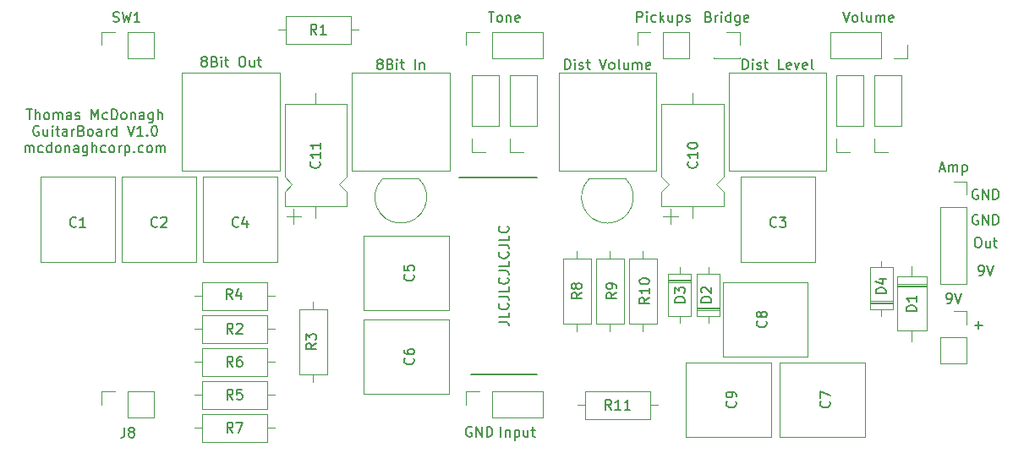
<source format=gbr>
G04 #@! TF.GenerationSoftware,KiCad,Pcbnew,(5.1.7)-1*
G04 #@! TF.CreationDate,2021-04-13T18:52:17-05:00*
G04 #@! TF.ProjectId,GuitarBoard,47756974-6172-4426-9f61-72642e6b6963,rev?*
G04 #@! TF.SameCoordinates,Original*
G04 #@! TF.FileFunction,Legend,Top*
G04 #@! TF.FilePolarity,Positive*
%FSLAX46Y46*%
G04 Gerber Fmt 4.6, Leading zero omitted, Abs format (unit mm)*
G04 Created by KiCad (PCBNEW (5.1.7)-1) date 2021-04-13 18:52:17*
%MOMM*%
%LPD*%
G01*
G04 APERTURE LIST*
%ADD10C,0.150000*%
%ADD11C,0.120000*%
%ADD12C,0.200000*%
G04 APERTURE END LIST*
D10*
X59182857Y-85432380D02*
X59754285Y-85432380D01*
X59468571Y-86432380D02*
X59468571Y-85432380D01*
X60087619Y-86432380D02*
X60087619Y-85432380D01*
X60516190Y-86432380D02*
X60516190Y-85908571D01*
X60468571Y-85813333D01*
X60373333Y-85765714D01*
X60230476Y-85765714D01*
X60135238Y-85813333D01*
X60087619Y-85860952D01*
X61135238Y-86432380D02*
X61040000Y-86384761D01*
X60992380Y-86337142D01*
X60944761Y-86241904D01*
X60944761Y-85956190D01*
X60992380Y-85860952D01*
X61040000Y-85813333D01*
X61135238Y-85765714D01*
X61278095Y-85765714D01*
X61373333Y-85813333D01*
X61420952Y-85860952D01*
X61468571Y-85956190D01*
X61468571Y-86241904D01*
X61420952Y-86337142D01*
X61373333Y-86384761D01*
X61278095Y-86432380D01*
X61135238Y-86432380D01*
X61897142Y-86432380D02*
X61897142Y-85765714D01*
X61897142Y-85860952D02*
X61944761Y-85813333D01*
X62040000Y-85765714D01*
X62182857Y-85765714D01*
X62278095Y-85813333D01*
X62325714Y-85908571D01*
X62325714Y-86432380D01*
X62325714Y-85908571D02*
X62373333Y-85813333D01*
X62468571Y-85765714D01*
X62611428Y-85765714D01*
X62706666Y-85813333D01*
X62754285Y-85908571D01*
X62754285Y-86432380D01*
X63659047Y-86432380D02*
X63659047Y-85908571D01*
X63611428Y-85813333D01*
X63516190Y-85765714D01*
X63325714Y-85765714D01*
X63230476Y-85813333D01*
X63659047Y-86384761D02*
X63563809Y-86432380D01*
X63325714Y-86432380D01*
X63230476Y-86384761D01*
X63182857Y-86289523D01*
X63182857Y-86194285D01*
X63230476Y-86099047D01*
X63325714Y-86051428D01*
X63563809Y-86051428D01*
X63659047Y-86003809D01*
X64087619Y-86384761D02*
X64182857Y-86432380D01*
X64373333Y-86432380D01*
X64468571Y-86384761D01*
X64516190Y-86289523D01*
X64516190Y-86241904D01*
X64468571Y-86146666D01*
X64373333Y-86099047D01*
X64230476Y-86099047D01*
X64135238Y-86051428D01*
X64087619Y-85956190D01*
X64087619Y-85908571D01*
X64135238Y-85813333D01*
X64230476Y-85765714D01*
X64373333Y-85765714D01*
X64468571Y-85813333D01*
X65706666Y-86432380D02*
X65706666Y-85432380D01*
X66040000Y-86146666D01*
X66373333Y-85432380D01*
X66373333Y-86432380D01*
X67278095Y-86384761D02*
X67182857Y-86432380D01*
X66992380Y-86432380D01*
X66897142Y-86384761D01*
X66849523Y-86337142D01*
X66801904Y-86241904D01*
X66801904Y-85956190D01*
X66849523Y-85860952D01*
X66897142Y-85813333D01*
X66992380Y-85765714D01*
X67182857Y-85765714D01*
X67278095Y-85813333D01*
X67706666Y-86432380D02*
X67706666Y-85432380D01*
X67944761Y-85432380D01*
X68087619Y-85480000D01*
X68182857Y-85575238D01*
X68230476Y-85670476D01*
X68278095Y-85860952D01*
X68278095Y-86003809D01*
X68230476Y-86194285D01*
X68182857Y-86289523D01*
X68087619Y-86384761D01*
X67944761Y-86432380D01*
X67706666Y-86432380D01*
X68849523Y-86432380D02*
X68754285Y-86384761D01*
X68706666Y-86337142D01*
X68659047Y-86241904D01*
X68659047Y-85956190D01*
X68706666Y-85860952D01*
X68754285Y-85813333D01*
X68849523Y-85765714D01*
X68992380Y-85765714D01*
X69087619Y-85813333D01*
X69135238Y-85860952D01*
X69182857Y-85956190D01*
X69182857Y-86241904D01*
X69135238Y-86337142D01*
X69087619Y-86384761D01*
X68992380Y-86432380D01*
X68849523Y-86432380D01*
X69611428Y-85765714D02*
X69611428Y-86432380D01*
X69611428Y-85860952D02*
X69659047Y-85813333D01*
X69754285Y-85765714D01*
X69897142Y-85765714D01*
X69992380Y-85813333D01*
X70040000Y-85908571D01*
X70040000Y-86432380D01*
X70944761Y-86432380D02*
X70944761Y-85908571D01*
X70897142Y-85813333D01*
X70801904Y-85765714D01*
X70611428Y-85765714D01*
X70516190Y-85813333D01*
X70944761Y-86384761D02*
X70849523Y-86432380D01*
X70611428Y-86432380D01*
X70516190Y-86384761D01*
X70468571Y-86289523D01*
X70468571Y-86194285D01*
X70516190Y-86099047D01*
X70611428Y-86051428D01*
X70849523Y-86051428D01*
X70944761Y-86003809D01*
X71849523Y-85765714D02*
X71849523Y-86575238D01*
X71801904Y-86670476D01*
X71754285Y-86718095D01*
X71659047Y-86765714D01*
X71516190Y-86765714D01*
X71420952Y-86718095D01*
X71849523Y-86384761D02*
X71754285Y-86432380D01*
X71563809Y-86432380D01*
X71468571Y-86384761D01*
X71420952Y-86337142D01*
X71373333Y-86241904D01*
X71373333Y-85956190D01*
X71420952Y-85860952D01*
X71468571Y-85813333D01*
X71563809Y-85765714D01*
X71754285Y-85765714D01*
X71849523Y-85813333D01*
X72325714Y-86432380D02*
X72325714Y-85432380D01*
X72754285Y-86432380D02*
X72754285Y-85908571D01*
X72706666Y-85813333D01*
X72611428Y-85765714D01*
X72468571Y-85765714D01*
X72373333Y-85813333D01*
X72325714Y-85860952D01*
X60397142Y-87130000D02*
X60301904Y-87082380D01*
X60159047Y-87082380D01*
X60016190Y-87130000D01*
X59920952Y-87225238D01*
X59873333Y-87320476D01*
X59825714Y-87510952D01*
X59825714Y-87653809D01*
X59873333Y-87844285D01*
X59920952Y-87939523D01*
X60016190Y-88034761D01*
X60159047Y-88082380D01*
X60254285Y-88082380D01*
X60397142Y-88034761D01*
X60444761Y-87987142D01*
X60444761Y-87653809D01*
X60254285Y-87653809D01*
X61301904Y-87415714D02*
X61301904Y-88082380D01*
X60873333Y-87415714D02*
X60873333Y-87939523D01*
X60920952Y-88034761D01*
X61016190Y-88082380D01*
X61159047Y-88082380D01*
X61254285Y-88034761D01*
X61301904Y-87987142D01*
X61778095Y-88082380D02*
X61778095Y-87415714D01*
X61778095Y-87082380D02*
X61730476Y-87130000D01*
X61778095Y-87177619D01*
X61825714Y-87130000D01*
X61778095Y-87082380D01*
X61778095Y-87177619D01*
X62111428Y-87415714D02*
X62492380Y-87415714D01*
X62254285Y-87082380D02*
X62254285Y-87939523D01*
X62301904Y-88034761D01*
X62397142Y-88082380D01*
X62492380Y-88082380D01*
X63254285Y-88082380D02*
X63254285Y-87558571D01*
X63206666Y-87463333D01*
X63111428Y-87415714D01*
X62920952Y-87415714D01*
X62825714Y-87463333D01*
X63254285Y-88034761D02*
X63159047Y-88082380D01*
X62920952Y-88082380D01*
X62825714Y-88034761D01*
X62778095Y-87939523D01*
X62778095Y-87844285D01*
X62825714Y-87749047D01*
X62920952Y-87701428D01*
X63159047Y-87701428D01*
X63254285Y-87653809D01*
X63730476Y-88082380D02*
X63730476Y-87415714D01*
X63730476Y-87606190D02*
X63778095Y-87510952D01*
X63825714Y-87463333D01*
X63920952Y-87415714D01*
X64016190Y-87415714D01*
X64682857Y-87558571D02*
X64825714Y-87606190D01*
X64873333Y-87653809D01*
X64920952Y-87749047D01*
X64920952Y-87891904D01*
X64873333Y-87987142D01*
X64825714Y-88034761D01*
X64730476Y-88082380D01*
X64349523Y-88082380D01*
X64349523Y-87082380D01*
X64682857Y-87082380D01*
X64778095Y-87130000D01*
X64825714Y-87177619D01*
X64873333Y-87272857D01*
X64873333Y-87368095D01*
X64825714Y-87463333D01*
X64778095Y-87510952D01*
X64682857Y-87558571D01*
X64349523Y-87558571D01*
X65492380Y-88082380D02*
X65397142Y-88034761D01*
X65349523Y-87987142D01*
X65301904Y-87891904D01*
X65301904Y-87606190D01*
X65349523Y-87510952D01*
X65397142Y-87463333D01*
X65492380Y-87415714D01*
X65635238Y-87415714D01*
X65730476Y-87463333D01*
X65778095Y-87510952D01*
X65825714Y-87606190D01*
X65825714Y-87891904D01*
X65778095Y-87987142D01*
X65730476Y-88034761D01*
X65635238Y-88082380D01*
X65492380Y-88082380D01*
X66682857Y-88082380D02*
X66682857Y-87558571D01*
X66635238Y-87463333D01*
X66540000Y-87415714D01*
X66349523Y-87415714D01*
X66254285Y-87463333D01*
X66682857Y-88034761D02*
X66587619Y-88082380D01*
X66349523Y-88082380D01*
X66254285Y-88034761D01*
X66206666Y-87939523D01*
X66206666Y-87844285D01*
X66254285Y-87749047D01*
X66349523Y-87701428D01*
X66587619Y-87701428D01*
X66682857Y-87653809D01*
X67159047Y-88082380D02*
X67159047Y-87415714D01*
X67159047Y-87606190D02*
X67206666Y-87510952D01*
X67254285Y-87463333D01*
X67349523Y-87415714D01*
X67444761Y-87415714D01*
X68206666Y-88082380D02*
X68206666Y-87082380D01*
X68206666Y-88034761D02*
X68111428Y-88082380D01*
X67920952Y-88082380D01*
X67825714Y-88034761D01*
X67778095Y-87987142D01*
X67730476Y-87891904D01*
X67730476Y-87606190D01*
X67778095Y-87510952D01*
X67825714Y-87463333D01*
X67920952Y-87415714D01*
X68111428Y-87415714D01*
X68206666Y-87463333D01*
X69301904Y-87082380D02*
X69635238Y-88082380D01*
X69968571Y-87082380D01*
X70825714Y-88082380D02*
X70254285Y-88082380D01*
X70540000Y-88082380D02*
X70540000Y-87082380D01*
X70444761Y-87225238D01*
X70349523Y-87320476D01*
X70254285Y-87368095D01*
X71254285Y-87987142D02*
X71301904Y-88034761D01*
X71254285Y-88082380D01*
X71206666Y-88034761D01*
X71254285Y-87987142D01*
X71254285Y-88082380D01*
X71920952Y-87082380D02*
X72016190Y-87082380D01*
X72111428Y-87130000D01*
X72159047Y-87177619D01*
X72206666Y-87272857D01*
X72254285Y-87463333D01*
X72254285Y-87701428D01*
X72206666Y-87891904D01*
X72159047Y-87987142D01*
X72111428Y-88034761D01*
X72016190Y-88082380D01*
X71920952Y-88082380D01*
X71825714Y-88034761D01*
X71778095Y-87987142D01*
X71730476Y-87891904D01*
X71682857Y-87701428D01*
X71682857Y-87463333D01*
X71730476Y-87272857D01*
X71778095Y-87177619D01*
X71825714Y-87130000D01*
X71920952Y-87082380D01*
X59040000Y-89732380D02*
X59040000Y-89065714D01*
X59040000Y-89160952D02*
X59087619Y-89113333D01*
X59182857Y-89065714D01*
X59325714Y-89065714D01*
X59420952Y-89113333D01*
X59468571Y-89208571D01*
X59468571Y-89732380D01*
X59468571Y-89208571D02*
X59516190Y-89113333D01*
X59611428Y-89065714D01*
X59754285Y-89065714D01*
X59849523Y-89113333D01*
X59897142Y-89208571D01*
X59897142Y-89732380D01*
X60801904Y-89684761D02*
X60706666Y-89732380D01*
X60516190Y-89732380D01*
X60420952Y-89684761D01*
X60373333Y-89637142D01*
X60325714Y-89541904D01*
X60325714Y-89256190D01*
X60373333Y-89160952D01*
X60420952Y-89113333D01*
X60516190Y-89065714D01*
X60706666Y-89065714D01*
X60801904Y-89113333D01*
X61659047Y-89732380D02*
X61659047Y-88732380D01*
X61659047Y-89684761D02*
X61563809Y-89732380D01*
X61373333Y-89732380D01*
X61278095Y-89684761D01*
X61230476Y-89637142D01*
X61182857Y-89541904D01*
X61182857Y-89256190D01*
X61230476Y-89160952D01*
X61278095Y-89113333D01*
X61373333Y-89065714D01*
X61563809Y-89065714D01*
X61659047Y-89113333D01*
X62278095Y-89732380D02*
X62182857Y-89684761D01*
X62135238Y-89637142D01*
X62087619Y-89541904D01*
X62087619Y-89256190D01*
X62135238Y-89160952D01*
X62182857Y-89113333D01*
X62278095Y-89065714D01*
X62420952Y-89065714D01*
X62516190Y-89113333D01*
X62563809Y-89160952D01*
X62611428Y-89256190D01*
X62611428Y-89541904D01*
X62563809Y-89637142D01*
X62516190Y-89684761D01*
X62420952Y-89732380D01*
X62278095Y-89732380D01*
X63040000Y-89065714D02*
X63040000Y-89732380D01*
X63040000Y-89160952D02*
X63087619Y-89113333D01*
X63182857Y-89065714D01*
X63325714Y-89065714D01*
X63420952Y-89113333D01*
X63468571Y-89208571D01*
X63468571Y-89732380D01*
X64373333Y-89732380D02*
X64373333Y-89208571D01*
X64325714Y-89113333D01*
X64230476Y-89065714D01*
X64040000Y-89065714D01*
X63944761Y-89113333D01*
X64373333Y-89684761D02*
X64278095Y-89732380D01*
X64040000Y-89732380D01*
X63944761Y-89684761D01*
X63897142Y-89589523D01*
X63897142Y-89494285D01*
X63944761Y-89399047D01*
X64040000Y-89351428D01*
X64278095Y-89351428D01*
X64373333Y-89303809D01*
X65278095Y-89065714D02*
X65278095Y-89875238D01*
X65230476Y-89970476D01*
X65182857Y-90018095D01*
X65087619Y-90065714D01*
X64944761Y-90065714D01*
X64849523Y-90018095D01*
X65278095Y-89684761D02*
X65182857Y-89732380D01*
X64992380Y-89732380D01*
X64897142Y-89684761D01*
X64849523Y-89637142D01*
X64801904Y-89541904D01*
X64801904Y-89256190D01*
X64849523Y-89160952D01*
X64897142Y-89113333D01*
X64992380Y-89065714D01*
X65182857Y-89065714D01*
X65278095Y-89113333D01*
X65754285Y-89732380D02*
X65754285Y-88732380D01*
X66182857Y-89732380D02*
X66182857Y-89208571D01*
X66135238Y-89113333D01*
X66040000Y-89065714D01*
X65897142Y-89065714D01*
X65801904Y-89113333D01*
X65754285Y-89160952D01*
X67087619Y-89684761D02*
X66992380Y-89732380D01*
X66801904Y-89732380D01*
X66706666Y-89684761D01*
X66659047Y-89637142D01*
X66611428Y-89541904D01*
X66611428Y-89256190D01*
X66659047Y-89160952D01*
X66706666Y-89113333D01*
X66801904Y-89065714D01*
X66992380Y-89065714D01*
X67087619Y-89113333D01*
X67659047Y-89732380D02*
X67563809Y-89684761D01*
X67516190Y-89637142D01*
X67468571Y-89541904D01*
X67468571Y-89256190D01*
X67516190Y-89160952D01*
X67563809Y-89113333D01*
X67659047Y-89065714D01*
X67801904Y-89065714D01*
X67897142Y-89113333D01*
X67944761Y-89160952D01*
X67992380Y-89256190D01*
X67992380Y-89541904D01*
X67944761Y-89637142D01*
X67897142Y-89684761D01*
X67801904Y-89732380D01*
X67659047Y-89732380D01*
X68420952Y-89732380D02*
X68420952Y-89065714D01*
X68420952Y-89256190D02*
X68468571Y-89160952D01*
X68516190Y-89113333D01*
X68611428Y-89065714D01*
X68706666Y-89065714D01*
X69040000Y-89065714D02*
X69040000Y-90065714D01*
X69040000Y-89113333D02*
X69135238Y-89065714D01*
X69325714Y-89065714D01*
X69420952Y-89113333D01*
X69468571Y-89160952D01*
X69516190Y-89256190D01*
X69516190Y-89541904D01*
X69468571Y-89637142D01*
X69420952Y-89684761D01*
X69325714Y-89732380D01*
X69135238Y-89732380D01*
X69040000Y-89684761D01*
X69944761Y-89637142D02*
X69992380Y-89684761D01*
X69944761Y-89732380D01*
X69897142Y-89684761D01*
X69944761Y-89637142D01*
X69944761Y-89732380D01*
X70849523Y-89684761D02*
X70754285Y-89732380D01*
X70563809Y-89732380D01*
X70468571Y-89684761D01*
X70420952Y-89637142D01*
X70373333Y-89541904D01*
X70373333Y-89256190D01*
X70420952Y-89160952D01*
X70468571Y-89113333D01*
X70563809Y-89065714D01*
X70754285Y-89065714D01*
X70849523Y-89113333D01*
X71420952Y-89732380D02*
X71325714Y-89684761D01*
X71278095Y-89637142D01*
X71230476Y-89541904D01*
X71230476Y-89256190D01*
X71278095Y-89160952D01*
X71325714Y-89113333D01*
X71420952Y-89065714D01*
X71563809Y-89065714D01*
X71659047Y-89113333D01*
X71706666Y-89160952D01*
X71754285Y-89256190D01*
X71754285Y-89541904D01*
X71706666Y-89637142D01*
X71659047Y-89684761D01*
X71563809Y-89732380D01*
X71420952Y-89732380D01*
X72182857Y-89732380D02*
X72182857Y-89065714D01*
X72182857Y-89160952D02*
X72230476Y-89113333D01*
X72325714Y-89065714D01*
X72468571Y-89065714D01*
X72563809Y-89113333D01*
X72611428Y-89208571D01*
X72611428Y-89732380D01*
X72611428Y-89208571D02*
X72659047Y-89113333D01*
X72754285Y-89065714D01*
X72897142Y-89065714D01*
X72992380Y-89113333D01*
X73040000Y-89208571D01*
X73040000Y-89732380D01*
X154574952Y-102052380D02*
X154765428Y-102052380D01*
X154860666Y-102004761D01*
X154908285Y-101957142D01*
X155003523Y-101814285D01*
X155051142Y-101623809D01*
X155051142Y-101242857D01*
X155003523Y-101147619D01*
X154955904Y-101100000D01*
X154860666Y-101052380D01*
X154670190Y-101052380D01*
X154574952Y-101100000D01*
X154527333Y-101147619D01*
X154479714Y-101242857D01*
X154479714Y-101480952D01*
X154527333Y-101576190D01*
X154574952Y-101623809D01*
X154670190Y-101671428D01*
X154860666Y-101671428D01*
X154955904Y-101623809D01*
X155003523Y-101576190D01*
X155051142Y-101480952D01*
X155336857Y-101052380D02*
X155670190Y-102052380D01*
X156003523Y-101052380D01*
X154360666Y-98258380D02*
X154551142Y-98258380D01*
X154646380Y-98306000D01*
X154741619Y-98401238D01*
X154789238Y-98591714D01*
X154789238Y-98925047D01*
X154741619Y-99115523D01*
X154646380Y-99210761D01*
X154551142Y-99258380D01*
X154360666Y-99258380D01*
X154265428Y-99210761D01*
X154170190Y-99115523D01*
X154122571Y-98925047D01*
X154122571Y-98591714D01*
X154170190Y-98401238D01*
X154265428Y-98306000D01*
X154360666Y-98258380D01*
X155646380Y-98591714D02*
X155646380Y-99258380D01*
X155217809Y-98591714D02*
X155217809Y-99115523D01*
X155265428Y-99210761D01*
X155360666Y-99258380D01*
X155503523Y-99258380D01*
X155598761Y-99210761D01*
X155646380Y-99163142D01*
X155979714Y-98591714D02*
X156360666Y-98591714D01*
X156122571Y-98258380D02*
X156122571Y-99115523D01*
X156170190Y-99210761D01*
X156265428Y-99258380D01*
X156360666Y-99258380D01*
X154432095Y-96020000D02*
X154336857Y-95972380D01*
X154194000Y-95972380D01*
X154051142Y-96020000D01*
X153955904Y-96115238D01*
X153908285Y-96210476D01*
X153860666Y-96400952D01*
X153860666Y-96543809D01*
X153908285Y-96734285D01*
X153955904Y-96829523D01*
X154051142Y-96924761D01*
X154194000Y-96972380D01*
X154289238Y-96972380D01*
X154432095Y-96924761D01*
X154479714Y-96877142D01*
X154479714Y-96543809D01*
X154289238Y-96543809D01*
X154908285Y-96972380D02*
X154908285Y-95972380D01*
X155479714Y-96972380D01*
X155479714Y-95972380D01*
X155955904Y-96972380D02*
X155955904Y-95972380D01*
X156194000Y-95972380D01*
X156336857Y-96020000D01*
X156432095Y-96115238D01*
X156479714Y-96210476D01*
X156527333Y-96400952D01*
X156527333Y-96543809D01*
X156479714Y-96734285D01*
X156432095Y-96829523D01*
X156336857Y-96924761D01*
X156194000Y-96972380D01*
X155955904Y-96972380D01*
X154432095Y-93480000D02*
X154336857Y-93432380D01*
X154194000Y-93432380D01*
X154051142Y-93480000D01*
X153955904Y-93575238D01*
X153908285Y-93670476D01*
X153860666Y-93860952D01*
X153860666Y-94003809D01*
X153908285Y-94194285D01*
X153955904Y-94289523D01*
X154051142Y-94384761D01*
X154194000Y-94432380D01*
X154289238Y-94432380D01*
X154432095Y-94384761D01*
X154479714Y-94337142D01*
X154479714Y-94003809D01*
X154289238Y-94003809D01*
X154908285Y-94432380D02*
X154908285Y-93432380D01*
X155479714Y-94432380D01*
X155479714Y-93432380D01*
X155955904Y-94432380D02*
X155955904Y-93432380D01*
X156194000Y-93432380D01*
X156336857Y-93480000D01*
X156432095Y-93575238D01*
X156479714Y-93670476D01*
X156527333Y-93860952D01*
X156527333Y-94003809D01*
X156479714Y-94194285D01*
X156432095Y-94289523D01*
X156336857Y-94384761D01*
X156194000Y-94432380D01*
X155955904Y-94432380D01*
X103738095Y-117270000D02*
X103642857Y-117222380D01*
X103500000Y-117222380D01*
X103357142Y-117270000D01*
X103261904Y-117365238D01*
X103214285Y-117460476D01*
X103166666Y-117650952D01*
X103166666Y-117793809D01*
X103214285Y-117984285D01*
X103261904Y-118079523D01*
X103357142Y-118174761D01*
X103500000Y-118222380D01*
X103595238Y-118222380D01*
X103738095Y-118174761D01*
X103785714Y-118127142D01*
X103785714Y-117793809D01*
X103595238Y-117793809D01*
X104214285Y-118222380D02*
X104214285Y-117222380D01*
X104785714Y-118222380D01*
X104785714Y-117222380D01*
X105261904Y-118222380D02*
X105261904Y-117222380D01*
X105500000Y-117222380D01*
X105642857Y-117270000D01*
X105738095Y-117365238D01*
X105785714Y-117460476D01*
X105833333Y-117650952D01*
X105833333Y-117793809D01*
X105785714Y-117984285D01*
X105738095Y-118079523D01*
X105642857Y-118174761D01*
X105500000Y-118222380D01*
X105261904Y-118222380D01*
X154119047Y-107071428D02*
X154880952Y-107071428D01*
X154500000Y-107452380D02*
X154500000Y-106690476D01*
D11*
G04 #@! TO.C,Dist Volume*
X122233000Y-81770000D02*
X122233000Y-91540000D01*
X112463000Y-81770000D02*
X112463000Y-91540000D01*
X122233000Y-81770000D02*
X112463000Y-81770000D01*
X122233000Y-91540000D02*
X112463000Y-91540000D01*
G04 #@! TO.C,9V*
X152000000Y-105670000D02*
X153330000Y-105670000D01*
X153330000Y-105670000D02*
X153330000Y-107000000D01*
X153330000Y-108270000D02*
X153330000Y-110870000D01*
X150670000Y-110870000D02*
X153330000Y-110870000D01*
X150670000Y-108270000D02*
X150670000Y-110870000D01*
X150670000Y-108270000D02*
X153330000Y-108270000D01*
G04 #@! TO.C,C1*
X68022000Y-100684000D02*
X60582000Y-100684000D01*
X68022000Y-92194000D02*
X60582000Y-92194000D01*
X68022000Y-100684000D02*
X68022000Y-92194000D01*
X60582000Y-100684000D02*
X60582000Y-92194000D01*
G04 #@! TO.C,C2*
X76150000Y-100684000D02*
X68710000Y-100684000D01*
X76150000Y-92194000D02*
X68710000Y-92194000D01*
X76150000Y-100684000D02*
X76150000Y-92194000D01*
X68710000Y-100684000D02*
X68710000Y-92194000D01*
G04 #@! TO.C,C3*
X130686000Y-100684000D02*
X130686000Y-92194000D01*
X138126000Y-100684000D02*
X138126000Y-92194000D01*
X138126000Y-92194000D02*
X130686000Y-92194000D01*
X138126000Y-100684000D02*
X130686000Y-100684000D01*
G04 #@! TO.C,C4*
X84278000Y-100684000D02*
X76838000Y-100684000D01*
X84278000Y-92194000D02*
X76838000Y-92194000D01*
X84278000Y-100684000D02*
X84278000Y-92194000D01*
X76838000Y-100684000D02*
X76838000Y-92194000D01*
G04 #@! TO.C,C5*
X101446000Y-105534000D02*
X92956000Y-105534000D01*
X101446000Y-98094000D02*
X92956000Y-98094000D01*
X92956000Y-98094000D02*
X92956000Y-105534000D01*
X101446000Y-98094000D02*
X101446000Y-105534000D01*
G04 #@! TO.C,C6*
X101446000Y-106476000D02*
X101446000Y-113916000D01*
X92956000Y-106476000D02*
X92956000Y-113916000D01*
X101446000Y-106476000D02*
X92956000Y-106476000D01*
X101446000Y-113916000D02*
X92956000Y-113916000D01*
G04 #@! TO.C,C7*
X143102000Y-118234000D02*
X134612000Y-118234000D01*
X143102000Y-110794000D02*
X134612000Y-110794000D01*
X134612000Y-110794000D02*
X134612000Y-118234000D01*
X143102000Y-110794000D02*
X143102000Y-118234000D01*
G04 #@! TO.C,C8*
X128932000Y-110186000D02*
X128932000Y-102746000D01*
X137422000Y-110186000D02*
X137422000Y-102746000D01*
X128932000Y-110186000D02*
X137422000Y-110186000D01*
X128932000Y-102746000D02*
X137422000Y-102746000D01*
G04 #@! TO.C,C9*
X133704000Y-118234000D02*
X125214000Y-118234000D01*
X133704000Y-110794000D02*
X125214000Y-110794000D01*
X125214000Y-110794000D02*
X125214000Y-118234000D01*
X133704000Y-110794000D02*
X133704000Y-118234000D01*
G04 #@! TO.C,C10*
X125857000Y-83776000D02*
X125857000Y-84916000D01*
X125857000Y-96296000D02*
X125857000Y-95156000D01*
X128977000Y-92156000D02*
X128977000Y-84916000D01*
X128227000Y-92906000D02*
X128977000Y-92156000D01*
X128977000Y-93656000D02*
X128227000Y-92906000D01*
X128977000Y-95156000D02*
X128977000Y-93656000D01*
X122737000Y-92156000D02*
X122737000Y-84916000D01*
X123487000Y-92906000D02*
X122737000Y-92156000D01*
X122737000Y-93656000D02*
X123487000Y-92906000D01*
X122737000Y-95156000D02*
X122737000Y-93656000D01*
X122737000Y-84916000D02*
X128977000Y-84916000D01*
X122737000Y-95156000D02*
X128977000Y-95156000D01*
X122907000Y-96156000D02*
X124407000Y-96156000D01*
X123657000Y-96906000D02*
X123657000Y-95406000D01*
G04 #@! TO.C,C11*
X85938000Y-96906000D02*
X85938000Y-95406000D01*
X85188000Y-96156000D02*
X86688000Y-96156000D01*
X85018000Y-95156000D02*
X91258000Y-95156000D01*
X85018000Y-84916000D02*
X91258000Y-84916000D01*
X85018000Y-95156000D02*
X85018000Y-93656000D01*
X85018000Y-93656000D02*
X85768000Y-92906000D01*
X85768000Y-92906000D02*
X85018000Y-92156000D01*
X85018000Y-92156000D02*
X85018000Y-84916000D01*
X91258000Y-95156000D02*
X91258000Y-93656000D01*
X91258000Y-93656000D02*
X90508000Y-92906000D01*
X90508000Y-92906000D02*
X91258000Y-92156000D01*
X91258000Y-92156000D02*
X91258000Y-84916000D01*
X88138000Y-96296000D02*
X88138000Y-95156000D01*
X88138000Y-83776000D02*
X88138000Y-84916000D01*
G04 #@! TO.C,D1*
X149298000Y-102962000D02*
X146358000Y-102962000D01*
X149298000Y-103202000D02*
X146358000Y-103202000D01*
X149298000Y-103082000D02*
X146358000Y-103082000D01*
X147828000Y-108642000D02*
X147828000Y-107622000D01*
X147828000Y-101162000D02*
X147828000Y-102182000D01*
X149298000Y-107622000D02*
X149298000Y-102182000D01*
X146358000Y-107622000D02*
X149298000Y-107622000D01*
X146358000Y-102182000D02*
X146358000Y-107622000D01*
X149298000Y-102182000D02*
X146358000Y-102182000D01*
G04 #@! TO.C,D2*
X126324500Y-105533000D02*
X128564500Y-105533000D01*
X126324500Y-105293000D02*
X128564500Y-105293000D01*
X126324500Y-105413000D02*
X128564500Y-105413000D01*
X127444500Y-101243000D02*
X127444500Y-101893000D01*
X127444500Y-106783000D02*
X127444500Y-106133000D01*
X126324500Y-101893000D02*
X126324500Y-106133000D01*
X128564500Y-101893000D02*
X126324500Y-101893000D01*
X128564500Y-106133000D02*
X128564500Y-101893000D01*
X126324500Y-106133000D02*
X128564500Y-106133000D01*
G04 #@! TO.C,D3*
X125677501Y-101893000D02*
X123437501Y-101893000D01*
X123437501Y-101893000D02*
X123437501Y-106133000D01*
X123437501Y-106133000D02*
X125677501Y-106133000D01*
X125677501Y-106133000D02*
X125677501Y-101893000D01*
X124557501Y-101243000D02*
X124557501Y-101893000D01*
X124557501Y-106783000D02*
X124557501Y-106133000D01*
X125677501Y-102613000D02*
X123437501Y-102613000D01*
X125677501Y-102733000D02*
X123437501Y-102733000D01*
X125677501Y-102493000D02*
X123437501Y-102493000D01*
G04 #@! TO.C,D4*
X143660000Y-104898000D02*
X145900000Y-104898000D01*
X143660000Y-104658000D02*
X145900000Y-104658000D01*
X143660000Y-104778000D02*
X145900000Y-104778000D01*
X144780000Y-100608000D02*
X144780000Y-101258000D01*
X144780000Y-106148000D02*
X144780000Y-105498000D01*
X143660000Y-101258000D02*
X143660000Y-105498000D01*
X145900000Y-101258000D02*
X143660000Y-101258000D01*
X145900000Y-105498000D02*
X145900000Y-101258000D01*
X143660000Y-105498000D02*
X145900000Y-105498000D01*
D12*
G04 #@! TO.C,JLCJLCJLCJLC*
X103700000Y-111953000D02*
X110300000Y-111953000D01*
X102465000Y-92263000D02*
X110300000Y-92263000D01*
D11*
G04 #@! TO.C,Pickups*
X122936000Y-80324000D02*
X122936000Y-77664000D01*
X122936000Y-80324000D02*
X125536000Y-80324000D01*
X125536000Y-80324000D02*
X125536000Y-77664000D01*
X122936000Y-77664000D02*
X125536000Y-77664000D01*
X120336000Y-77664000D02*
X121666000Y-77664000D01*
X120336000Y-78994000D02*
X120336000Y-77664000D01*
G04 #@! TO.C,Input*
X103170000Y-115000000D02*
X103170000Y-113670000D01*
X103170000Y-113670000D02*
X104500000Y-113670000D01*
X105770000Y-113670000D02*
X110910000Y-113670000D01*
X110910000Y-116330000D02*
X110910000Y-113670000D01*
X105770000Y-116330000D02*
X110910000Y-116330000D01*
X105770000Y-116330000D02*
X105770000Y-113670000D01*
G04 #@! TO.C,Bridge*
X129286000Y-77664000D02*
X130616000Y-77664000D01*
X130616000Y-77664000D02*
X130616000Y-78994000D01*
X130616000Y-80204000D02*
X130616000Y-80324000D01*
X127956000Y-80204000D02*
X127956000Y-80324000D01*
X127956000Y-80324000D02*
X130616000Y-80324000D01*
G04 #@! TO.C,J8*
X66720000Y-115000000D02*
X66720000Y-113670000D01*
X66720000Y-113670000D02*
X68050000Y-113670000D01*
X69320000Y-113670000D02*
X71920000Y-113670000D01*
X71920000Y-116330000D02*
X71920000Y-113670000D01*
X69320000Y-116330000D02*
X71920000Y-116330000D01*
X69320000Y-116330000D02*
X69320000Y-113670000D01*
G04 #@! TO.C,Amp*
X152000000Y-92650000D02*
X153330000Y-92650000D01*
X153330000Y-92650000D02*
X153330000Y-93980000D01*
X153330000Y-95250000D02*
X153330000Y-102930000D01*
X150670000Y-102930000D02*
X153330000Y-102930000D01*
X150670000Y-95250000D02*
X150670000Y-102930000D01*
X150670000Y-95250000D02*
X153330000Y-95250000D01*
G04 #@! TO.C,Q1*
X98452000Y-92384000D02*
X94852000Y-92384000D01*
X98490478Y-92395522D02*
G75*
G02*
X96652000Y-96834000I-1838478J-1838478D01*
G01*
X94813522Y-92395522D02*
G75*
G03*
X96652000Y-96834000I1838478J-1838478D01*
G01*
G04 #@! TO.C,Q2*
X119148000Y-92384000D02*
X115548000Y-92384000D01*
X115509522Y-92395522D02*
G75*
G03*
X117348000Y-96834000I1838478J-1838478D01*
G01*
X119186478Y-92395522D02*
G75*
G02*
X117348000Y-96834000I-1838478J-1838478D01*
G01*
G04 #@! TO.C,R1*
X84352000Y-77470000D02*
X85122000Y-77470000D01*
X92432000Y-77470000D02*
X91662000Y-77470000D01*
X85122000Y-78840000D02*
X91662000Y-78840000D01*
X85122000Y-76100000D02*
X85122000Y-78840000D01*
X91662000Y-76100000D02*
X85122000Y-76100000D01*
X91662000Y-78840000D02*
X91662000Y-76100000D01*
G04 #@! TO.C,R2*
X76740000Y-106072000D02*
X76740000Y-108812000D01*
X76740000Y-108812000D02*
X83280000Y-108812000D01*
X83280000Y-108812000D02*
X83280000Y-106072000D01*
X83280000Y-106072000D02*
X76740000Y-106072000D01*
X75970000Y-107442000D02*
X76740000Y-107442000D01*
X84050000Y-107442000D02*
X83280000Y-107442000D01*
G04 #@! TO.C,R3*
X87884000Y-104672000D02*
X87884000Y-105442000D01*
X87884000Y-112752000D02*
X87884000Y-111982000D01*
X86514000Y-105442000D02*
X86514000Y-111982000D01*
X89254000Y-105442000D02*
X86514000Y-105442000D01*
X89254000Y-111982000D02*
X89254000Y-105442000D01*
X86514000Y-111982000D02*
X89254000Y-111982000D01*
G04 #@! TO.C,R4*
X76740000Y-102770000D02*
X76740000Y-105510000D01*
X76740000Y-105510000D02*
X83280000Y-105510000D01*
X83280000Y-105510000D02*
X83280000Y-102770000D01*
X83280000Y-102770000D02*
X76740000Y-102770000D01*
X75970000Y-104140000D02*
X76740000Y-104140000D01*
X84050000Y-104140000D02*
X83280000Y-104140000D01*
G04 #@! TO.C,R5*
X84050000Y-114046000D02*
X83280000Y-114046000D01*
X75970000Y-114046000D02*
X76740000Y-114046000D01*
X83280000Y-112676000D02*
X76740000Y-112676000D01*
X83280000Y-115416000D02*
X83280000Y-112676000D01*
X76740000Y-115416000D02*
X83280000Y-115416000D01*
X76740000Y-112676000D02*
X76740000Y-115416000D01*
G04 #@! TO.C,R6*
X76740000Y-109374000D02*
X76740000Y-112114000D01*
X76740000Y-112114000D02*
X83280000Y-112114000D01*
X83280000Y-112114000D02*
X83280000Y-109374000D01*
X83280000Y-109374000D02*
X76740000Y-109374000D01*
X75970000Y-110744000D02*
X76740000Y-110744000D01*
X84050000Y-110744000D02*
X83280000Y-110744000D01*
G04 #@! TO.C,R7*
X84050000Y-117348000D02*
X83280000Y-117348000D01*
X75970000Y-117348000D02*
X76740000Y-117348000D01*
X83280000Y-115978000D02*
X76740000Y-115978000D01*
X83280000Y-118718000D02*
X83280000Y-115978000D01*
X76740000Y-118718000D02*
X83280000Y-118718000D01*
X76740000Y-115978000D02*
X76740000Y-118718000D01*
G04 #@! TO.C,R8*
X112930000Y-106902000D02*
X115670000Y-106902000D01*
X115670000Y-106902000D02*
X115670000Y-100362000D01*
X115670000Y-100362000D02*
X112930000Y-100362000D01*
X112930000Y-100362000D02*
X112930000Y-106902000D01*
X114300000Y-107672000D02*
X114300000Y-106902000D01*
X114300000Y-99592000D02*
X114300000Y-100362000D01*
G04 #@! TO.C,R9*
X117602000Y-107672000D02*
X117602000Y-106902000D01*
X117602000Y-99592000D02*
X117602000Y-100362000D01*
X118972000Y-106902000D02*
X118972000Y-100362000D01*
X116232000Y-106902000D02*
X118972000Y-106902000D01*
X116232000Y-100362000D02*
X116232000Y-106902000D01*
X118972000Y-100362000D02*
X116232000Y-100362000D01*
G04 #@! TO.C,R10*
X122274000Y-100362000D02*
X119534000Y-100362000D01*
X119534000Y-100362000D02*
X119534000Y-106902000D01*
X119534000Y-106902000D02*
X122274000Y-106902000D01*
X122274000Y-106902000D02*
X122274000Y-100362000D01*
X120904000Y-99592000D02*
X120904000Y-100362000D01*
X120904000Y-107672000D02*
X120904000Y-106902000D01*
G04 #@! TO.C,R11*
X122404000Y-115062000D02*
X121634000Y-115062000D01*
X114324000Y-115062000D02*
X115094000Y-115062000D01*
X121634000Y-113692000D02*
X115094000Y-113692000D01*
X121634000Y-116432000D02*
X121634000Y-113692000D01*
X115094000Y-116432000D02*
X121634000Y-116432000D01*
X115094000Y-113692000D02*
X115094000Y-116432000D01*
G04 #@! TO.C,Volume*
X144780000Y-77670000D02*
X144780000Y-80330000D01*
X144780000Y-77670000D02*
X139640000Y-77670000D01*
X139640000Y-77670000D02*
X139640000Y-80330000D01*
X144780000Y-80330000D02*
X139640000Y-80330000D01*
X147380000Y-80330000D02*
X146050000Y-80330000D01*
X147380000Y-79000000D02*
X147380000Y-80330000D01*
G04 #@! TO.C,Tone*
X103170000Y-79000000D02*
X103170000Y-77670000D01*
X103170000Y-77670000D02*
X104500000Y-77670000D01*
X105770000Y-77670000D02*
X110910000Y-77670000D01*
X110910000Y-80330000D02*
X110910000Y-77670000D01*
X105770000Y-80330000D02*
X110910000Y-80330000D01*
X105770000Y-80330000D02*
X105770000Y-77670000D01*
G04 #@! TO.C,Dist Level*
X139251000Y-91540000D02*
X129481000Y-91540000D01*
X139251000Y-81770000D02*
X129481000Y-81770000D01*
X129481000Y-81770000D02*
X129481000Y-91540000D01*
X139251000Y-81770000D02*
X139251000Y-91540000D01*
G04 #@! TO.C,8Bit Out*
X84519000Y-91540000D02*
X74749000Y-91540000D01*
X84519000Y-81770000D02*
X74749000Y-81770000D01*
X74749000Y-81770000D02*
X74749000Y-91540000D01*
X84519000Y-81770000D02*
X84519000Y-91540000D01*
G04 #@! TO.C,8Bit In*
X101537000Y-81770000D02*
X101537000Y-91540000D01*
X91767000Y-81770000D02*
X91767000Y-91540000D01*
X101537000Y-81770000D02*
X91767000Y-81770000D01*
X101537000Y-91540000D02*
X91767000Y-91540000D01*
G04 #@! TO.C,SW1*
X69320000Y-80330000D02*
X69320000Y-77670000D01*
X69320000Y-80330000D02*
X71920000Y-80330000D01*
X71920000Y-80330000D02*
X71920000Y-77670000D01*
X69320000Y-77670000D02*
X71920000Y-77670000D01*
X66720000Y-77670000D02*
X68050000Y-77670000D01*
X66720000Y-79000000D02*
X66720000Y-77670000D01*
G04 #@! TO.C,SW2*
X142935000Y-87122000D02*
X140275000Y-87122000D01*
X142935000Y-87122000D02*
X142935000Y-81982000D01*
X142935000Y-81982000D02*
X140275000Y-81982000D01*
X140275000Y-87122000D02*
X140275000Y-81982000D01*
X140275000Y-89722000D02*
X140275000Y-88392000D01*
X141605000Y-89722000D02*
X140275000Y-89722000D01*
G04 #@! TO.C,SW3*
X145415000Y-89722000D02*
X144085000Y-89722000D01*
X144085000Y-89722000D02*
X144085000Y-88392000D01*
X144085000Y-87122000D02*
X144085000Y-81982000D01*
X146745000Y-81982000D02*
X144085000Y-81982000D01*
X146745000Y-87122000D02*
X146745000Y-81982000D01*
X146745000Y-87122000D02*
X144085000Y-87122000D01*
G04 #@! TO.C,SW4*
X106465000Y-87122000D02*
X103805000Y-87122000D01*
X106465000Y-87122000D02*
X106465000Y-81982000D01*
X106465000Y-81982000D02*
X103805000Y-81982000D01*
X103805000Y-87122000D02*
X103805000Y-81982000D01*
X103805000Y-89722000D02*
X103805000Y-88392000D01*
X105135000Y-89722000D02*
X103805000Y-89722000D01*
G04 #@! TO.C,SW5*
X108945000Y-89722000D02*
X107615000Y-89722000D01*
X107615000Y-89722000D02*
X107615000Y-88392000D01*
X107615000Y-87122000D02*
X107615000Y-81982000D01*
X110275000Y-81982000D02*
X107615000Y-81982000D01*
X110275000Y-87122000D02*
X110275000Y-81982000D01*
X110275000Y-87122000D02*
X107615000Y-87122000D01*
G04 #@! TO.C,Dist Volume*
D10*
X113086095Y-81404380D02*
X113086095Y-80404380D01*
X113324190Y-80404380D01*
X113467047Y-80452000D01*
X113562285Y-80547238D01*
X113609904Y-80642476D01*
X113657523Y-80832952D01*
X113657523Y-80975809D01*
X113609904Y-81166285D01*
X113562285Y-81261523D01*
X113467047Y-81356761D01*
X113324190Y-81404380D01*
X113086095Y-81404380D01*
X114086095Y-81404380D02*
X114086095Y-80737714D01*
X114086095Y-80404380D02*
X114038476Y-80452000D01*
X114086095Y-80499619D01*
X114133714Y-80452000D01*
X114086095Y-80404380D01*
X114086095Y-80499619D01*
X114514666Y-81356761D02*
X114609904Y-81404380D01*
X114800380Y-81404380D01*
X114895619Y-81356761D01*
X114943238Y-81261523D01*
X114943238Y-81213904D01*
X114895619Y-81118666D01*
X114800380Y-81071047D01*
X114657523Y-81071047D01*
X114562285Y-81023428D01*
X114514666Y-80928190D01*
X114514666Y-80880571D01*
X114562285Y-80785333D01*
X114657523Y-80737714D01*
X114800380Y-80737714D01*
X114895619Y-80785333D01*
X115228952Y-80737714D02*
X115609904Y-80737714D01*
X115371809Y-80404380D02*
X115371809Y-81261523D01*
X115419428Y-81356761D01*
X115514666Y-81404380D01*
X115609904Y-81404380D01*
X116562285Y-80404380D02*
X116895619Y-81404380D01*
X117228952Y-80404380D01*
X117705142Y-81404380D02*
X117609904Y-81356761D01*
X117562285Y-81309142D01*
X117514666Y-81213904D01*
X117514666Y-80928190D01*
X117562285Y-80832952D01*
X117609904Y-80785333D01*
X117705142Y-80737714D01*
X117848000Y-80737714D01*
X117943238Y-80785333D01*
X117990857Y-80832952D01*
X118038476Y-80928190D01*
X118038476Y-81213904D01*
X117990857Y-81309142D01*
X117943238Y-81356761D01*
X117848000Y-81404380D01*
X117705142Y-81404380D01*
X118609904Y-81404380D02*
X118514666Y-81356761D01*
X118467047Y-81261523D01*
X118467047Y-80404380D01*
X119419428Y-80737714D02*
X119419428Y-81404380D01*
X118990857Y-80737714D02*
X118990857Y-81261523D01*
X119038476Y-81356761D01*
X119133714Y-81404380D01*
X119276571Y-81404380D01*
X119371809Y-81356761D01*
X119419428Y-81309142D01*
X119895619Y-81404380D02*
X119895619Y-80737714D01*
X119895619Y-80832952D02*
X119943238Y-80785333D01*
X120038476Y-80737714D01*
X120181333Y-80737714D01*
X120276571Y-80785333D01*
X120324190Y-80880571D01*
X120324190Y-81404380D01*
X120324190Y-80880571D02*
X120371809Y-80785333D01*
X120467047Y-80737714D01*
X120609904Y-80737714D01*
X120705142Y-80785333D01*
X120752761Y-80880571D01*
X120752761Y-81404380D01*
X121609904Y-81356761D02*
X121514666Y-81404380D01*
X121324190Y-81404380D01*
X121228952Y-81356761D01*
X121181333Y-81261523D01*
X121181333Y-80880571D01*
X121228952Y-80785333D01*
X121324190Y-80737714D01*
X121514666Y-80737714D01*
X121609904Y-80785333D01*
X121657523Y-80880571D01*
X121657523Y-80975809D01*
X121181333Y-81071047D01*
G04 #@! TO.C,9V*
X151380952Y-104846380D02*
X151571428Y-104846380D01*
X151666666Y-104798761D01*
X151714285Y-104751142D01*
X151809523Y-104608285D01*
X151857142Y-104417809D01*
X151857142Y-104036857D01*
X151809523Y-103941619D01*
X151761904Y-103894000D01*
X151666666Y-103846380D01*
X151476190Y-103846380D01*
X151380952Y-103894000D01*
X151333333Y-103941619D01*
X151285714Y-104036857D01*
X151285714Y-104274952D01*
X151333333Y-104370190D01*
X151380952Y-104417809D01*
X151476190Y-104465428D01*
X151666666Y-104465428D01*
X151761904Y-104417809D01*
X151809523Y-104370190D01*
X151857142Y-104274952D01*
X152142857Y-103846380D02*
X152476190Y-104846380D01*
X152809523Y-103846380D01*
G04 #@! TO.C,C1*
X64135333Y-97131142D02*
X64087714Y-97178761D01*
X63944857Y-97226380D01*
X63849619Y-97226380D01*
X63706761Y-97178761D01*
X63611523Y-97083523D01*
X63563904Y-96988285D01*
X63516285Y-96797809D01*
X63516285Y-96654952D01*
X63563904Y-96464476D01*
X63611523Y-96369238D01*
X63706761Y-96274000D01*
X63849619Y-96226380D01*
X63944857Y-96226380D01*
X64087714Y-96274000D01*
X64135333Y-96321619D01*
X65087714Y-97226380D02*
X64516285Y-97226380D01*
X64802000Y-97226380D02*
X64802000Y-96226380D01*
X64706761Y-96369238D01*
X64611523Y-96464476D01*
X64516285Y-96512095D01*
G04 #@! TO.C,C2*
X72263333Y-97131142D02*
X72215714Y-97178761D01*
X72072857Y-97226380D01*
X71977619Y-97226380D01*
X71834761Y-97178761D01*
X71739523Y-97083523D01*
X71691904Y-96988285D01*
X71644285Y-96797809D01*
X71644285Y-96654952D01*
X71691904Y-96464476D01*
X71739523Y-96369238D01*
X71834761Y-96274000D01*
X71977619Y-96226380D01*
X72072857Y-96226380D01*
X72215714Y-96274000D01*
X72263333Y-96321619D01*
X72644285Y-96321619D02*
X72691904Y-96274000D01*
X72787142Y-96226380D01*
X73025238Y-96226380D01*
X73120476Y-96274000D01*
X73168095Y-96321619D01*
X73215714Y-96416857D01*
X73215714Y-96512095D01*
X73168095Y-96654952D01*
X72596666Y-97226380D01*
X73215714Y-97226380D01*
G04 #@! TO.C,C3*
X134239333Y-97131142D02*
X134191714Y-97178761D01*
X134048857Y-97226380D01*
X133953619Y-97226380D01*
X133810761Y-97178761D01*
X133715523Y-97083523D01*
X133667904Y-96988285D01*
X133620285Y-96797809D01*
X133620285Y-96654952D01*
X133667904Y-96464476D01*
X133715523Y-96369238D01*
X133810761Y-96274000D01*
X133953619Y-96226380D01*
X134048857Y-96226380D01*
X134191714Y-96274000D01*
X134239333Y-96321619D01*
X134572666Y-96226380D02*
X135191714Y-96226380D01*
X134858380Y-96607333D01*
X135001238Y-96607333D01*
X135096476Y-96654952D01*
X135144095Y-96702571D01*
X135191714Y-96797809D01*
X135191714Y-97035904D01*
X135144095Y-97131142D01*
X135096476Y-97178761D01*
X135001238Y-97226380D01*
X134715523Y-97226380D01*
X134620285Y-97178761D01*
X134572666Y-97131142D01*
G04 #@! TO.C,C4*
X80391333Y-97131142D02*
X80343714Y-97178761D01*
X80200857Y-97226380D01*
X80105619Y-97226380D01*
X79962761Y-97178761D01*
X79867523Y-97083523D01*
X79819904Y-96988285D01*
X79772285Y-96797809D01*
X79772285Y-96654952D01*
X79819904Y-96464476D01*
X79867523Y-96369238D01*
X79962761Y-96274000D01*
X80105619Y-96226380D01*
X80200857Y-96226380D01*
X80343714Y-96274000D01*
X80391333Y-96321619D01*
X81248476Y-96559714D02*
X81248476Y-97226380D01*
X81010380Y-96178761D02*
X80772285Y-96893047D01*
X81391333Y-96893047D01*
G04 #@! TO.C,C5*
X97893142Y-101980666D02*
X97940761Y-102028285D01*
X97988380Y-102171142D01*
X97988380Y-102266380D01*
X97940761Y-102409238D01*
X97845523Y-102504476D01*
X97750285Y-102552095D01*
X97559809Y-102599714D01*
X97416952Y-102599714D01*
X97226476Y-102552095D01*
X97131238Y-102504476D01*
X97036000Y-102409238D01*
X96988380Y-102266380D01*
X96988380Y-102171142D01*
X97036000Y-102028285D01*
X97083619Y-101980666D01*
X96988380Y-101075904D02*
X96988380Y-101552095D01*
X97464571Y-101599714D01*
X97416952Y-101552095D01*
X97369333Y-101456857D01*
X97369333Y-101218761D01*
X97416952Y-101123523D01*
X97464571Y-101075904D01*
X97559809Y-101028285D01*
X97797904Y-101028285D01*
X97893142Y-101075904D01*
X97940761Y-101123523D01*
X97988380Y-101218761D01*
X97988380Y-101456857D01*
X97940761Y-101552095D01*
X97893142Y-101599714D01*
G04 #@! TO.C,C6*
X97893142Y-110362666D02*
X97940761Y-110410285D01*
X97988380Y-110553142D01*
X97988380Y-110648380D01*
X97940761Y-110791238D01*
X97845523Y-110886476D01*
X97750285Y-110934095D01*
X97559809Y-110981714D01*
X97416952Y-110981714D01*
X97226476Y-110934095D01*
X97131238Y-110886476D01*
X97036000Y-110791238D01*
X96988380Y-110648380D01*
X96988380Y-110553142D01*
X97036000Y-110410285D01*
X97083619Y-110362666D01*
X96988380Y-109505523D02*
X96988380Y-109696000D01*
X97036000Y-109791238D01*
X97083619Y-109838857D01*
X97226476Y-109934095D01*
X97416952Y-109981714D01*
X97797904Y-109981714D01*
X97893142Y-109934095D01*
X97940761Y-109886476D01*
X97988380Y-109791238D01*
X97988380Y-109600761D01*
X97940761Y-109505523D01*
X97893142Y-109457904D01*
X97797904Y-109410285D01*
X97559809Y-109410285D01*
X97464571Y-109457904D01*
X97416952Y-109505523D01*
X97369333Y-109600761D01*
X97369333Y-109791238D01*
X97416952Y-109886476D01*
X97464571Y-109934095D01*
X97559809Y-109981714D01*
G04 #@! TO.C,C7*
X139549142Y-114680666D02*
X139596761Y-114728285D01*
X139644380Y-114871142D01*
X139644380Y-114966380D01*
X139596761Y-115109238D01*
X139501523Y-115204476D01*
X139406285Y-115252095D01*
X139215809Y-115299714D01*
X139072952Y-115299714D01*
X138882476Y-115252095D01*
X138787238Y-115204476D01*
X138692000Y-115109238D01*
X138644380Y-114966380D01*
X138644380Y-114871142D01*
X138692000Y-114728285D01*
X138739619Y-114680666D01*
X138644380Y-114347333D02*
X138644380Y-113680666D01*
X139644380Y-114109238D01*
G04 #@! TO.C,C8*
X133199142Y-106632666D02*
X133246761Y-106680285D01*
X133294380Y-106823142D01*
X133294380Y-106918380D01*
X133246761Y-107061238D01*
X133151523Y-107156476D01*
X133056285Y-107204095D01*
X132865809Y-107251714D01*
X132722952Y-107251714D01*
X132532476Y-107204095D01*
X132437238Y-107156476D01*
X132342000Y-107061238D01*
X132294380Y-106918380D01*
X132294380Y-106823142D01*
X132342000Y-106680285D01*
X132389619Y-106632666D01*
X132722952Y-106061238D02*
X132675333Y-106156476D01*
X132627714Y-106204095D01*
X132532476Y-106251714D01*
X132484857Y-106251714D01*
X132389619Y-106204095D01*
X132342000Y-106156476D01*
X132294380Y-106061238D01*
X132294380Y-105870761D01*
X132342000Y-105775523D01*
X132389619Y-105727904D01*
X132484857Y-105680285D01*
X132532476Y-105680285D01*
X132627714Y-105727904D01*
X132675333Y-105775523D01*
X132722952Y-105870761D01*
X132722952Y-106061238D01*
X132770571Y-106156476D01*
X132818190Y-106204095D01*
X132913428Y-106251714D01*
X133103904Y-106251714D01*
X133199142Y-106204095D01*
X133246761Y-106156476D01*
X133294380Y-106061238D01*
X133294380Y-105870761D01*
X133246761Y-105775523D01*
X133199142Y-105727904D01*
X133103904Y-105680285D01*
X132913428Y-105680285D01*
X132818190Y-105727904D01*
X132770571Y-105775523D01*
X132722952Y-105870761D01*
G04 #@! TO.C,C9*
X130151142Y-114680666D02*
X130198761Y-114728285D01*
X130246380Y-114871142D01*
X130246380Y-114966380D01*
X130198761Y-115109238D01*
X130103523Y-115204476D01*
X130008285Y-115252095D01*
X129817809Y-115299714D01*
X129674952Y-115299714D01*
X129484476Y-115252095D01*
X129389238Y-115204476D01*
X129294000Y-115109238D01*
X129246380Y-114966380D01*
X129246380Y-114871142D01*
X129294000Y-114728285D01*
X129341619Y-114680666D01*
X130246380Y-114204476D02*
X130246380Y-114014000D01*
X130198761Y-113918761D01*
X130151142Y-113871142D01*
X130008285Y-113775904D01*
X129817809Y-113728285D01*
X129436857Y-113728285D01*
X129341619Y-113775904D01*
X129294000Y-113823523D01*
X129246380Y-113918761D01*
X129246380Y-114109238D01*
X129294000Y-114204476D01*
X129341619Y-114252095D01*
X129436857Y-114299714D01*
X129674952Y-114299714D01*
X129770190Y-114252095D01*
X129817809Y-114204476D01*
X129865428Y-114109238D01*
X129865428Y-113918761D01*
X129817809Y-113823523D01*
X129770190Y-113775904D01*
X129674952Y-113728285D01*
G04 #@! TO.C,C10*
X126264942Y-90678857D02*
X126312561Y-90726476D01*
X126360180Y-90869333D01*
X126360180Y-90964571D01*
X126312561Y-91107428D01*
X126217323Y-91202666D01*
X126122085Y-91250285D01*
X125931609Y-91297904D01*
X125788752Y-91297904D01*
X125598276Y-91250285D01*
X125503038Y-91202666D01*
X125407800Y-91107428D01*
X125360180Y-90964571D01*
X125360180Y-90869333D01*
X125407800Y-90726476D01*
X125455419Y-90678857D01*
X126360180Y-89726476D02*
X126360180Y-90297904D01*
X126360180Y-90012190D02*
X125360180Y-90012190D01*
X125503038Y-90107428D01*
X125598276Y-90202666D01*
X125645895Y-90297904D01*
X125360180Y-89107428D02*
X125360180Y-89012190D01*
X125407800Y-88916952D01*
X125455419Y-88869333D01*
X125550657Y-88821714D01*
X125741133Y-88774095D01*
X125979228Y-88774095D01*
X126169704Y-88821714D01*
X126264942Y-88869333D01*
X126312561Y-88916952D01*
X126360180Y-89012190D01*
X126360180Y-89107428D01*
X126312561Y-89202666D01*
X126264942Y-89250285D01*
X126169704Y-89297904D01*
X125979228Y-89345523D01*
X125741133Y-89345523D01*
X125550657Y-89297904D01*
X125455419Y-89250285D01*
X125407800Y-89202666D01*
X125360180Y-89107428D01*
G04 #@! TO.C,C11*
X88495142Y-90678857D02*
X88542761Y-90726476D01*
X88590380Y-90869333D01*
X88590380Y-90964571D01*
X88542761Y-91107428D01*
X88447523Y-91202666D01*
X88352285Y-91250285D01*
X88161809Y-91297904D01*
X88018952Y-91297904D01*
X87828476Y-91250285D01*
X87733238Y-91202666D01*
X87638000Y-91107428D01*
X87590380Y-90964571D01*
X87590380Y-90869333D01*
X87638000Y-90726476D01*
X87685619Y-90678857D01*
X88590380Y-89726476D02*
X88590380Y-90297904D01*
X88590380Y-90012190D02*
X87590380Y-90012190D01*
X87733238Y-90107428D01*
X87828476Y-90202666D01*
X87876095Y-90297904D01*
X88590380Y-88774095D02*
X88590380Y-89345523D01*
X88590380Y-89059809D02*
X87590380Y-89059809D01*
X87733238Y-89155047D01*
X87828476Y-89250285D01*
X87876095Y-89345523D01*
G04 #@! TO.C,D1*
X148280380Y-105640095D02*
X147280380Y-105640095D01*
X147280380Y-105402000D01*
X147328000Y-105259142D01*
X147423238Y-105163904D01*
X147518476Y-105116285D01*
X147708952Y-105068666D01*
X147851809Y-105068666D01*
X148042285Y-105116285D01*
X148137523Y-105163904D01*
X148232761Y-105259142D01*
X148280380Y-105402000D01*
X148280380Y-105640095D01*
X148280380Y-104116285D02*
X148280380Y-104687714D01*
X148280380Y-104402000D02*
X147280380Y-104402000D01*
X147423238Y-104497238D01*
X147518476Y-104592476D01*
X147566095Y-104687714D01*
G04 #@! TO.C,D2*
X127741879Y-104751095D02*
X126741879Y-104751095D01*
X126741879Y-104513000D01*
X126789499Y-104370142D01*
X126884737Y-104274904D01*
X126979975Y-104227285D01*
X127170451Y-104179666D01*
X127313308Y-104179666D01*
X127503784Y-104227285D01*
X127599022Y-104274904D01*
X127694260Y-104370142D01*
X127741879Y-104513000D01*
X127741879Y-104751095D01*
X126837118Y-103798714D02*
X126789499Y-103751095D01*
X126741879Y-103655857D01*
X126741879Y-103417761D01*
X126789499Y-103322523D01*
X126837118Y-103274904D01*
X126932356Y-103227285D01*
X127027594Y-103227285D01*
X127170451Y-103274904D01*
X127741879Y-103846333D01*
X127741879Y-103227285D01*
G04 #@! TO.C,D3*
X125102880Y-104751095D02*
X124102880Y-104751095D01*
X124102880Y-104513000D01*
X124150500Y-104370142D01*
X124245738Y-104274904D01*
X124340976Y-104227285D01*
X124531452Y-104179666D01*
X124674309Y-104179666D01*
X124864785Y-104227285D01*
X124960023Y-104274904D01*
X125055261Y-104370142D01*
X125102880Y-104513000D01*
X125102880Y-104751095D01*
X124102880Y-103846333D02*
X124102880Y-103227285D01*
X124483833Y-103560619D01*
X124483833Y-103417761D01*
X124531452Y-103322523D01*
X124579071Y-103274904D01*
X124674309Y-103227285D01*
X124912404Y-103227285D01*
X125007642Y-103274904D01*
X125055261Y-103322523D01*
X125102880Y-103417761D01*
X125102880Y-103703476D01*
X125055261Y-103798714D01*
X125007642Y-103846333D01*
G04 #@! TO.C,D4*
X145232380Y-103862095D02*
X144232380Y-103862095D01*
X144232380Y-103624000D01*
X144280000Y-103481142D01*
X144375238Y-103385904D01*
X144470476Y-103338285D01*
X144660952Y-103290666D01*
X144803809Y-103290666D01*
X144994285Y-103338285D01*
X145089523Y-103385904D01*
X145184761Y-103481142D01*
X145232380Y-103624000D01*
X145232380Y-103862095D01*
X144565714Y-102433523D02*
X145232380Y-102433523D01*
X144184761Y-102671619D02*
X144899047Y-102909714D01*
X144899047Y-102290666D01*
G04 #@! TO.C,JLCJLCJLCJLC*
X106452380Y-106727047D02*
X107166666Y-106727047D01*
X107309523Y-106774666D01*
X107404761Y-106869904D01*
X107452380Y-107012761D01*
X107452380Y-107108000D01*
X107452380Y-105774666D02*
X107452380Y-106250857D01*
X106452380Y-106250857D01*
X107357142Y-104869904D02*
X107404761Y-104917523D01*
X107452380Y-105060380D01*
X107452380Y-105155619D01*
X107404761Y-105298476D01*
X107309523Y-105393714D01*
X107214285Y-105441333D01*
X107023809Y-105488952D01*
X106880952Y-105488952D01*
X106690476Y-105441333D01*
X106595238Y-105393714D01*
X106500000Y-105298476D01*
X106452380Y-105155619D01*
X106452380Y-105060380D01*
X106500000Y-104917523D01*
X106547619Y-104869904D01*
X106452380Y-104155619D02*
X107166666Y-104155619D01*
X107309523Y-104203238D01*
X107404761Y-104298476D01*
X107452380Y-104441333D01*
X107452380Y-104536571D01*
X107452380Y-103203238D02*
X107452380Y-103679428D01*
X106452380Y-103679428D01*
X107357142Y-102298476D02*
X107404761Y-102346095D01*
X107452380Y-102488952D01*
X107452380Y-102584190D01*
X107404761Y-102727047D01*
X107309523Y-102822285D01*
X107214285Y-102869904D01*
X107023809Y-102917523D01*
X106880952Y-102917523D01*
X106690476Y-102869904D01*
X106595238Y-102822285D01*
X106500000Y-102727047D01*
X106452380Y-102584190D01*
X106452380Y-102488952D01*
X106500000Y-102346095D01*
X106547619Y-102298476D01*
X106452380Y-101584190D02*
X107166666Y-101584190D01*
X107309523Y-101631809D01*
X107404761Y-101727047D01*
X107452380Y-101869904D01*
X107452380Y-101965142D01*
X107452380Y-100631809D02*
X107452380Y-101108000D01*
X106452380Y-101108000D01*
X107357142Y-99727047D02*
X107404761Y-99774666D01*
X107452380Y-99917523D01*
X107452380Y-100012761D01*
X107404761Y-100155619D01*
X107309523Y-100250857D01*
X107214285Y-100298476D01*
X107023809Y-100346095D01*
X106880952Y-100346095D01*
X106690476Y-100298476D01*
X106595238Y-100250857D01*
X106500000Y-100155619D01*
X106452380Y-100012761D01*
X106452380Y-99917523D01*
X106500000Y-99774666D01*
X106547619Y-99727047D01*
X106452380Y-99012761D02*
X107166666Y-99012761D01*
X107309523Y-99060380D01*
X107404761Y-99155619D01*
X107452380Y-99298476D01*
X107452380Y-99393714D01*
X107452380Y-98060380D02*
X107452380Y-98536571D01*
X106452380Y-98536571D01*
X107357142Y-97155619D02*
X107404761Y-97203238D01*
X107452380Y-97346095D01*
X107452380Y-97441333D01*
X107404761Y-97584190D01*
X107309523Y-97679428D01*
X107214285Y-97727047D01*
X107023809Y-97774666D01*
X106880952Y-97774666D01*
X106690476Y-97727047D01*
X106595238Y-97679428D01*
X106500000Y-97584190D01*
X106452380Y-97441333D01*
X106452380Y-97346095D01*
X106500000Y-97203238D01*
X106547619Y-97155619D01*
G04 #@! TO.C,Pickups*
X120293142Y-76652380D02*
X120293142Y-75652380D01*
X120674095Y-75652380D01*
X120769333Y-75700000D01*
X120816952Y-75747619D01*
X120864571Y-75842857D01*
X120864571Y-75985714D01*
X120816952Y-76080952D01*
X120769333Y-76128571D01*
X120674095Y-76176190D01*
X120293142Y-76176190D01*
X121293142Y-76652380D02*
X121293142Y-75985714D01*
X121293142Y-75652380D02*
X121245523Y-75700000D01*
X121293142Y-75747619D01*
X121340761Y-75700000D01*
X121293142Y-75652380D01*
X121293142Y-75747619D01*
X122197904Y-76604761D02*
X122102666Y-76652380D01*
X121912190Y-76652380D01*
X121816952Y-76604761D01*
X121769333Y-76557142D01*
X121721714Y-76461904D01*
X121721714Y-76176190D01*
X121769333Y-76080952D01*
X121816952Y-76033333D01*
X121912190Y-75985714D01*
X122102666Y-75985714D01*
X122197904Y-76033333D01*
X122626476Y-76652380D02*
X122626476Y-75652380D01*
X122721714Y-76271428D02*
X123007428Y-76652380D01*
X123007428Y-75985714D02*
X122626476Y-76366666D01*
X123864571Y-75985714D02*
X123864571Y-76652380D01*
X123436000Y-75985714D02*
X123436000Y-76509523D01*
X123483619Y-76604761D01*
X123578857Y-76652380D01*
X123721714Y-76652380D01*
X123816952Y-76604761D01*
X123864571Y-76557142D01*
X124340761Y-75985714D02*
X124340761Y-76985714D01*
X124340761Y-76033333D02*
X124436000Y-75985714D01*
X124626476Y-75985714D01*
X124721714Y-76033333D01*
X124769333Y-76080952D01*
X124816952Y-76176190D01*
X124816952Y-76461904D01*
X124769333Y-76557142D01*
X124721714Y-76604761D01*
X124626476Y-76652380D01*
X124436000Y-76652380D01*
X124340761Y-76604761D01*
X125197904Y-76604761D02*
X125293142Y-76652380D01*
X125483619Y-76652380D01*
X125578857Y-76604761D01*
X125626476Y-76509523D01*
X125626476Y-76461904D01*
X125578857Y-76366666D01*
X125483619Y-76319047D01*
X125340761Y-76319047D01*
X125245523Y-76271428D01*
X125197904Y-76176190D01*
X125197904Y-76128571D01*
X125245523Y-76033333D01*
X125340761Y-75985714D01*
X125483619Y-75985714D01*
X125578857Y-76033333D01*
G04 #@! TO.C,Input*
X106667142Y-118222380D02*
X106667142Y-117222380D01*
X107143333Y-117555714D02*
X107143333Y-118222380D01*
X107143333Y-117650952D02*
X107190952Y-117603333D01*
X107286190Y-117555714D01*
X107429047Y-117555714D01*
X107524285Y-117603333D01*
X107571904Y-117698571D01*
X107571904Y-118222380D01*
X108048095Y-117555714D02*
X108048095Y-118555714D01*
X108048095Y-117603333D02*
X108143333Y-117555714D01*
X108333809Y-117555714D01*
X108429047Y-117603333D01*
X108476666Y-117650952D01*
X108524285Y-117746190D01*
X108524285Y-118031904D01*
X108476666Y-118127142D01*
X108429047Y-118174761D01*
X108333809Y-118222380D01*
X108143333Y-118222380D01*
X108048095Y-118174761D01*
X109381428Y-117555714D02*
X109381428Y-118222380D01*
X108952857Y-117555714D02*
X108952857Y-118079523D01*
X109000476Y-118174761D01*
X109095714Y-118222380D01*
X109238571Y-118222380D01*
X109333809Y-118174761D01*
X109381428Y-118127142D01*
X109714761Y-117555714D02*
X110095714Y-117555714D01*
X109857619Y-117222380D02*
X109857619Y-118079523D01*
X109905238Y-118174761D01*
X110000476Y-118222380D01*
X110095714Y-118222380D01*
G04 #@! TO.C,Bridge*
X127476476Y-76152571D02*
X127619333Y-76200190D01*
X127666952Y-76247809D01*
X127714571Y-76343047D01*
X127714571Y-76485904D01*
X127666952Y-76581142D01*
X127619333Y-76628761D01*
X127524095Y-76676380D01*
X127143142Y-76676380D01*
X127143142Y-75676380D01*
X127476476Y-75676380D01*
X127571714Y-75724000D01*
X127619333Y-75771619D01*
X127666952Y-75866857D01*
X127666952Y-75962095D01*
X127619333Y-76057333D01*
X127571714Y-76104952D01*
X127476476Y-76152571D01*
X127143142Y-76152571D01*
X128143142Y-76676380D02*
X128143142Y-76009714D01*
X128143142Y-76200190D02*
X128190761Y-76104952D01*
X128238380Y-76057333D01*
X128333619Y-76009714D01*
X128428857Y-76009714D01*
X128762190Y-76676380D02*
X128762190Y-76009714D01*
X128762190Y-75676380D02*
X128714571Y-75724000D01*
X128762190Y-75771619D01*
X128809809Y-75724000D01*
X128762190Y-75676380D01*
X128762190Y-75771619D01*
X129666952Y-76676380D02*
X129666952Y-75676380D01*
X129666952Y-76628761D02*
X129571714Y-76676380D01*
X129381238Y-76676380D01*
X129286000Y-76628761D01*
X129238380Y-76581142D01*
X129190761Y-76485904D01*
X129190761Y-76200190D01*
X129238380Y-76104952D01*
X129286000Y-76057333D01*
X129381238Y-76009714D01*
X129571714Y-76009714D01*
X129666952Y-76057333D01*
X130571714Y-76009714D02*
X130571714Y-76819238D01*
X130524095Y-76914476D01*
X130476476Y-76962095D01*
X130381238Y-77009714D01*
X130238380Y-77009714D01*
X130143142Y-76962095D01*
X130571714Y-76628761D02*
X130476476Y-76676380D01*
X130286000Y-76676380D01*
X130190761Y-76628761D01*
X130143142Y-76581142D01*
X130095523Y-76485904D01*
X130095523Y-76200190D01*
X130143142Y-76104952D01*
X130190761Y-76057333D01*
X130286000Y-76009714D01*
X130476476Y-76009714D01*
X130571714Y-76057333D01*
X131428857Y-76628761D02*
X131333619Y-76676380D01*
X131143142Y-76676380D01*
X131047904Y-76628761D01*
X131000285Y-76533523D01*
X131000285Y-76152571D01*
X131047904Y-76057333D01*
X131143142Y-76009714D01*
X131333619Y-76009714D01*
X131428857Y-76057333D01*
X131476476Y-76152571D01*
X131476476Y-76247809D01*
X131000285Y-76343047D01*
G04 #@! TO.C,J8*
X68986666Y-117308380D02*
X68986666Y-118022666D01*
X68939047Y-118165523D01*
X68843809Y-118260761D01*
X68700952Y-118308380D01*
X68605714Y-118308380D01*
X69605714Y-117736952D02*
X69510476Y-117689333D01*
X69462857Y-117641714D01*
X69415238Y-117546476D01*
X69415238Y-117498857D01*
X69462857Y-117403619D01*
X69510476Y-117356000D01*
X69605714Y-117308380D01*
X69796190Y-117308380D01*
X69891428Y-117356000D01*
X69939047Y-117403619D01*
X69986666Y-117498857D01*
X69986666Y-117546476D01*
X69939047Y-117641714D01*
X69891428Y-117689333D01*
X69796190Y-117736952D01*
X69605714Y-117736952D01*
X69510476Y-117784571D01*
X69462857Y-117832190D01*
X69415238Y-117927428D01*
X69415238Y-118117904D01*
X69462857Y-118213142D01*
X69510476Y-118260761D01*
X69605714Y-118308380D01*
X69796190Y-118308380D01*
X69891428Y-118260761D01*
X69939047Y-118213142D01*
X69986666Y-118117904D01*
X69986666Y-117927428D01*
X69939047Y-117832190D01*
X69891428Y-117784571D01*
X69796190Y-117736952D01*
G04 #@! TO.C,Amp*
X150642857Y-91376666D02*
X151119047Y-91376666D01*
X150547619Y-91662380D02*
X150880952Y-90662380D01*
X151214285Y-91662380D01*
X151547619Y-91662380D02*
X151547619Y-90995714D01*
X151547619Y-91090952D02*
X151595238Y-91043333D01*
X151690476Y-90995714D01*
X151833333Y-90995714D01*
X151928571Y-91043333D01*
X151976190Y-91138571D01*
X151976190Y-91662380D01*
X151976190Y-91138571D02*
X152023809Y-91043333D01*
X152119047Y-90995714D01*
X152261904Y-90995714D01*
X152357142Y-91043333D01*
X152404761Y-91138571D01*
X152404761Y-91662380D01*
X152880952Y-90995714D02*
X152880952Y-91995714D01*
X152880952Y-91043333D02*
X152976190Y-90995714D01*
X153166666Y-90995714D01*
X153261904Y-91043333D01*
X153309523Y-91090952D01*
X153357142Y-91186190D01*
X153357142Y-91471904D01*
X153309523Y-91567142D01*
X153261904Y-91614761D01*
X153166666Y-91662380D01*
X152976190Y-91662380D01*
X152880952Y-91614761D01*
G04 #@! TO.C,R1*
X88225333Y-77922380D02*
X87892000Y-77446190D01*
X87653904Y-77922380D02*
X87653904Y-76922380D01*
X88034857Y-76922380D01*
X88130095Y-76970000D01*
X88177714Y-77017619D01*
X88225333Y-77112857D01*
X88225333Y-77255714D01*
X88177714Y-77350952D01*
X88130095Y-77398571D01*
X88034857Y-77446190D01*
X87653904Y-77446190D01*
X89177714Y-77922380D02*
X88606285Y-77922380D01*
X88892000Y-77922380D02*
X88892000Y-76922380D01*
X88796761Y-77065238D01*
X88701523Y-77160476D01*
X88606285Y-77208095D01*
G04 #@! TO.C,R2*
X79843333Y-107894380D02*
X79510000Y-107418190D01*
X79271904Y-107894380D02*
X79271904Y-106894380D01*
X79652857Y-106894380D01*
X79748095Y-106942000D01*
X79795714Y-106989619D01*
X79843333Y-107084857D01*
X79843333Y-107227714D01*
X79795714Y-107322952D01*
X79748095Y-107370571D01*
X79652857Y-107418190D01*
X79271904Y-107418190D01*
X80224285Y-106989619D02*
X80271904Y-106942000D01*
X80367142Y-106894380D01*
X80605238Y-106894380D01*
X80700476Y-106942000D01*
X80748095Y-106989619D01*
X80795714Y-107084857D01*
X80795714Y-107180095D01*
X80748095Y-107322952D01*
X80176666Y-107894380D01*
X80795714Y-107894380D01*
G04 #@! TO.C,R3*
X88165379Y-108878666D02*
X87689189Y-109212000D01*
X88165379Y-109450095D02*
X87165379Y-109450095D01*
X87165379Y-109069142D01*
X87212999Y-108973904D01*
X87260618Y-108926285D01*
X87355856Y-108878666D01*
X87498713Y-108878666D01*
X87593951Y-108926285D01*
X87641570Y-108973904D01*
X87689189Y-109069142D01*
X87689189Y-109450095D01*
X87165379Y-108545333D02*
X87165379Y-107926285D01*
X87546332Y-108259619D01*
X87546332Y-108116761D01*
X87593951Y-108021523D01*
X87641570Y-107973904D01*
X87736808Y-107926285D01*
X87974903Y-107926285D01*
X88070141Y-107973904D01*
X88117760Y-108021523D01*
X88165379Y-108116761D01*
X88165379Y-108402476D01*
X88117760Y-108497714D01*
X88070141Y-108545333D01*
G04 #@! TO.C,R4*
X79766332Y-104435379D02*
X79432999Y-103959189D01*
X79194903Y-104435379D02*
X79194903Y-103435379D01*
X79575856Y-103435379D01*
X79671094Y-103482999D01*
X79718713Y-103530618D01*
X79766332Y-103625856D01*
X79766332Y-103768713D01*
X79718713Y-103863951D01*
X79671094Y-103911570D01*
X79575856Y-103959189D01*
X79194903Y-103959189D01*
X80623475Y-103768713D02*
X80623475Y-104435379D01*
X80385379Y-103387760D02*
X80147284Y-104102046D01*
X80766332Y-104102046D01*
G04 #@! TO.C,R5*
X79843333Y-114498380D02*
X79510000Y-114022190D01*
X79271904Y-114498380D02*
X79271904Y-113498380D01*
X79652857Y-113498380D01*
X79748095Y-113546000D01*
X79795714Y-113593619D01*
X79843333Y-113688857D01*
X79843333Y-113831714D01*
X79795714Y-113926952D01*
X79748095Y-113974571D01*
X79652857Y-114022190D01*
X79271904Y-114022190D01*
X80748095Y-113498380D02*
X80271904Y-113498380D01*
X80224285Y-113974571D01*
X80271904Y-113926952D01*
X80367142Y-113879333D01*
X80605238Y-113879333D01*
X80700476Y-113926952D01*
X80748095Y-113974571D01*
X80795714Y-114069809D01*
X80795714Y-114307904D01*
X80748095Y-114403142D01*
X80700476Y-114450761D01*
X80605238Y-114498380D01*
X80367142Y-114498380D01*
X80271904Y-114450761D01*
X80224285Y-114403142D01*
G04 #@! TO.C,R6*
X79843333Y-111196380D02*
X79510000Y-110720190D01*
X79271904Y-111196380D02*
X79271904Y-110196380D01*
X79652857Y-110196380D01*
X79748095Y-110244000D01*
X79795714Y-110291619D01*
X79843333Y-110386857D01*
X79843333Y-110529714D01*
X79795714Y-110624952D01*
X79748095Y-110672571D01*
X79652857Y-110720190D01*
X79271904Y-110720190D01*
X80700476Y-110196380D02*
X80510000Y-110196380D01*
X80414761Y-110244000D01*
X80367142Y-110291619D01*
X80271904Y-110434476D01*
X80224285Y-110624952D01*
X80224285Y-111005904D01*
X80271904Y-111101142D01*
X80319523Y-111148761D01*
X80414761Y-111196380D01*
X80605238Y-111196380D01*
X80700476Y-111148761D01*
X80748095Y-111101142D01*
X80795714Y-111005904D01*
X80795714Y-110767809D01*
X80748095Y-110672571D01*
X80700476Y-110624952D01*
X80605238Y-110577333D01*
X80414761Y-110577333D01*
X80319523Y-110624952D01*
X80271904Y-110672571D01*
X80224285Y-110767809D01*
G04 #@! TO.C,R7*
X79843333Y-117800380D02*
X79510000Y-117324190D01*
X79271904Y-117800380D02*
X79271904Y-116800380D01*
X79652857Y-116800380D01*
X79748095Y-116848000D01*
X79795714Y-116895619D01*
X79843333Y-116990857D01*
X79843333Y-117133714D01*
X79795714Y-117228952D01*
X79748095Y-117276571D01*
X79652857Y-117324190D01*
X79271904Y-117324190D01*
X80176666Y-116800380D02*
X80843333Y-116800380D01*
X80414761Y-117800380D01*
G04 #@! TO.C,R8*
X114752380Y-103798666D02*
X114276190Y-104132000D01*
X114752380Y-104370095D02*
X113752380Y-104370095D01*
X113752380Y-103989142D01*
X113800000Y-103893904D01*
X113847619Y-103846285D01*
X113942857Y-103798666D01*
X114085714Y-103798666D01*
X114180952Y-103846285D01*
X114228571Y-103893904D01*
X114276190Y-103989142D01*
X114276190Y-104370095D01*
X114180952Y-103227238D02*
X114133333Y-103322476D01*
X114085714Y-103370095D01*
X113990476Y-103417714D01*
X113942857Y-103417714D01*
X113847619Y-103370095D01*
X113800000Y-103322476D01*
X113752380Y-103227238D01*
X113752380Y-103036761D01*
X113800000Y-102941523D01*
X113847619Y-102893904D01*
X113942857Y-102846285D01*
X113990476Y-102846285D01*
X114085714Y-102893904D01*
X114133333Y-102941523D01*
X114180952Y-103036761D01*
X114180952Y-103227238D01*
X114228571Y-103322476D01*
X114276190Y-103370095D01*
X114371428Y-103417714D01*
X114561904Y-103417714D01*
X114657142Y-103370095D01*
X114704761Y-103322476D01*
X114752380Y-103227238D01*
X114752380Y-103036761D01*
X114704761Y-102941523D01*
X114657142Y-102893904D01*
X114561904Y-102846285D01*
X114371428Y-102846285D01*
X114276190Y-102893904D01*
X114228571Y-102941523D01*
X114180952Y-103036761D01*
G04 #@! TO.C,R9*
X118239381Y-103798666D02*
X117763191Y-104132000D01*
X118239381Y-104370095D02*
X117239381Y-104370095D01*
X117239381Y-103989142D01*
X117287001Y-103893904D01*
X117334620Y-103846285D01*
X117429858Y-103798666D01*
X117572715Y-103798666D01*
X117667953Y-103846285D01*
X117715572Y-103893904D01*
X117763191Y-103989142D01*
X117763191Y-104370095D01*
X118239381Y-103322476D02*
X118239381Y-103132000D01*
X118191762Y-103036761D01*
X118144143Y-102989142D01*
X118001286Y-102893904D01*
X117810810Y-102846285D01*
X117429858Y-102846285D01*
X117334620Y-102893904D01*
X117287001Y-102941523D01*
X117239381Y-103036761D01*
X117239381Y-103227238D01*
X117287001Y-103322476D01*
X117334620Y-103370095D01*
X117429858Y-103417714D01*
X117667953Y-103417714D01*
X117763191Y-103370095D01*
X117810810Y-103322476D01*
X117858429Y-103227238D01*
X117858429Y-103036761D01*
X117810810Y-102941523D01*
X117763191Y-102893904D01*
X117667953Y-102846285D01*
G04 #@! TO.C,R10*
X121527381Y-104274857D02*
X121051191Y-104608190D01*
X121527381Y-104846285D02*
X120527381Y-104846285D01*
X120527381Y-104465333D01*
X120575001Y-104370095D01*
X120622620Y-104322476D01*
X120717858Y-104274857D01*
X120860715Y-104274857D01*
X120955953Y-104322476D01*
X121003572Y-104370095D01*
X121051191Y-104465333D01*
X121051191Y-104846285D01*
X121527381Y-103322476D02*
X121527381Y-103893904D01*
X121527381Y-103608190D02*
X120527381Y-103608190D01*
X120670239Y-103703428D01*
X120765477Y-103798666D01*
X120813096Y-103893904D01*
X120527381Y-102703428D02*
X120527381Y-102608190D01*
X120575001Y-102512952D01*
X120622620Y-102465333D01*
X120717858Y-102417714D01*
X120908334Y-102370095D01*
X121146429Y-102370095D01*
X121336905Y-102417714D01*
X121432143Y-102465333D01*
X121479762Y-102512952D01*
X121527381Y-102608190D01*
X121527381Y-102703428D01*
X121479762Y-102798666D01*
X121432143Y-102846285D01*
X121336905Y-102893904D01*
X121146429Y-102941523D01*
X120908334Y-102941523D01*
X120717858Y-102893904D01*
X120622620Y-102846285D01*
X120575001Y-102798666D01*
X120527381Y-102703428D01*
G04 #@! TO.C,R11*
X117721142Y-115514380D02*
X117387809Y-115038190D01*
X117149714Y-115514380D02*
X117149714Y-114514380D01*
X117530666Y-114514380D01*
X117625904Y-114562000D01*
X117673523Y-114609619D01*
X117721142Y-114704857D01*
X117721142Y-114847714D01*
X117673523Y-114942952D01*
X117625904Y-114990571D01*
X117530666Y-115038190D01*
X117149714Y-115038190D01*
X118673523Y-115514380D02*
X118102095Y-115514380D01*
X118387809Y-115514380D02*
X118387809Y-114514380D01*
X118292571Y-114657238D01*
X118197333Y-114752476D01*
X118102095Y-114800095D01*
X119625904Y-115514380D02*
X119054476Y-115514380D01*
X119340190Y-115514380D02*
X119340190Y-114514380D01*
X119244952Y-114657238D01*
X119149714Y-114752476D01*
X119054476Y-114800095D01*
G04 #@! TO.C,Volume*
X140914761Y-75682380D02*
X141248095Y-76682380D01*
X141581428Y-75682380D01*
X142057619Y-76682380D02*
X141962380Y-76634761D01*
X141914761Y-76587142D01*
X141867142Y-76491904D01*
X141867142Y-76206190D01*
X141914761Y-76110952D01*
X141962380Y-76063333D01*
X142057619Y-76015714D01*
X142200476Y-76015714D01*
X142295714Y-76063333D01*
X142343333Y-76110952D01*
X142390952Y-76206190D01*
X142390952Y-76491904D01*
X142343333Y-76587142D01*
X142295714Y-76634761D01*
X142200476Y-76682380D01*
X142057619Y-76682380D01*
X142962380Y-76682380D02*
X142867142Y-76634761D01*
X142819523Y-76539523D01*
X142819523Y-75682380D01*
X143771904Y-76015714D02*
X143771904Y-76682380D01*
X143343333Y-76015714D02*
X143343333Y-76539523D01*
X143390952Y-76634761D01*
X143486190Y-76682380D01*
X143629047Y-76682380D01*
X143724285Y-76634761D01*
X143771904Y-76587142D01*
X144248095Y-76682380D02*
X144248095Y-76015714D01*
X144248095Y-76110952D02*
X144295714Y-76063333D01*
X144390952Y-76015714D01*
X144533809Y-76015714D01*
X144629047Y-76063333D01*
X144676666Y-76158571D01*
X144676666Y-76682380D01*
X144676666Y-76158571D02*
X144724285Y-76063333D01*
X144819523Y-76015714D01*
X144962380Y-76015714D01*
X145057619Y-76063333D01*
X145105238Y-76158571D01*
X145105238Y-76682380D01*
X145962380Y-76634761D02*
X145867142Y-76682380D01*
X145676666Y-76682380D01*
X145581428Y-76634761D01*
X145533809Y-76539523D01*
X145533809Y-76158571D01*
X145581428Y-76063333D01*
X145676666Y-76015714D01*
X145867142Y-76015714D01*
X145962380Y-76063333D01*
X146010000Y-76158571D01*
X146010000Y-76253809D01*
X145533809Y-76349047D01*
G04 #@! TO.C,Tone*
X105420952Y-75682380D02*
X105992380Y-75682380D01*
X105706666Y-76682380D02*
X105706666Y-75682380D01*
X106468571Y-76682380D02*
X106373333Y-76634761D01*
X106325714Y-76587142D01*
X106278095Y-76491904D01*
X106278095Y-76206190D01*
X106325714Y-76110952D01*
X106373333Y-76063333D01*
X106468571Y-76015714D01*
X106611428Y-76015714D01*
X106706666Y-76063333D01*
X106754285Y-76110952D01*
X106801904Y-76206190D01*
X106801904Y-76491904D01*
X106754285Y-76587142D01*
X106706666Y-76634761D01*
X106611428Y-76682380D01*
X106468571Y-76682380D01*
X107230476Y-76015714D02*
X107230476Y-76682380D01*
X107230476Y-76110952D02*
X107278095Y-76063333D01*
X107373333Y-76015714D01*
X107516190Y-76015714D01*
X107611428Y-76063333D01*
X107659047Y-76158571D01*
X107659047Y-76682380D01*
X108516190Y-76634761D02*
X108420952Y-76682380D01*
X108230476Y-76682380D01*
X108135238Y-76634761D01*
X108087619Y-76539523D01*
X108087619Y-76158571D01*
X108135238Y-76063333D01*
X108230476Y-76015714D01*
X108420952Y-76015714D01*
X108516190Y-76063333D01*
X108563809Y-76158571D01*
X108563809Y-76253809D01*
X108087619Y-76349047D01*
G04 #@! TO.C,Dist Level*
X130889809Y-81404380D02*
X130889809Y-80404380D01*
X131127904Y-80404380D01*
X131270761Y-80452000D01*
X131366000Y-80547238D01*
X131413619Y-80642476D01*
X131461238Y-80832952D01*
X131461238Y-80975809D01*
X131413619Y-81166285D01*
X131366000Y-81261523D01*
X131270761Y-81356761D01*
X131127904Y-81404380D01*
X130889809Y-81404380D01*
X131889809Y-81404380D02*
X131889809Y-80737714D01*
X131889809Y-80404380D02*
X131842190Y-80452000D01*
X131889809Y-80499619D01*
X131937428Y-80452000D01*
X131889809Y-80404380D01*
X131889809Y-80499619D01*
X132318380Y-81356761D02*
X132413619Y-81404380D01*
X132604095Y-81404380D01*
X132699333Y-81356761D01*
X132746952Y-81261523D01*
X132746952Y-81213904D01*
X132699333Y-81118666D01*
X132604095Y-81071047D01*
X132461238Y-81071047D01*
X132366000Y-81023428D01*
X132318380Y-80928190D01*
X132318380Y-80880571D01*
X132366000Y-80785333D01*
X132461238Y-80737714D01*
X132604095Y-80737714D01*
X132699333Y-80785333D01*
X133032666Y-80737714D02*
X133413619Y-80737714D01*
X133175523Y-80404380D02*
X133175523Y-81261523D01*
X133223142Y-81356761D01*
X133318380Y-81404380D01*
X133413619Y-81404380D01*
X134985047Y-81404380D02*
X134508857Y-81404380D01*
X134508857Y-80404380D01*
X135699333Y-81356761D02*
X135604095Y-81404380D01*
X135413619Y-81404380D01*
X135318380Y-81356761D01*
X135270761Y-81261523D01*
X135270761Y-80880571D01*
X135318380Y-80785333D01*
X135413619Y-80737714D01*
X135604095Y-80737714D01*
X135699333Y-80785333D01*
X135746952Y-80880571D01*
X135746952Y-80975809D01*
X135270761Y-81071047D01*
X136080285Y-80737714D02*
X136318380Y-81404380D01*
X136556476Y-80737714D01*
X137318380Y-81356761D02*
X137223142Y-81404380D01*
X137032666Y-81404380D01*
X136937428Y-81356761D01*
X136889809Y-81261523D01*
X136889809Y-80880571D01*
X136937428Y-80785333D01*
X137032666Y-80737714D01*
X137223142Y-80737714D01*
X137318380Y-80785333D01*
X137366000Y-80880571D01*
X137366000Y-80975809D01*
X136889809Y-81071047D01*
X137937428Y-81404380D02*
X137842190Y-81356761D01*
X137794571Y-81261523D01*
X137794571Y-80404380D01*
G04 #@! TO.C,8Bit Out*
X76872095Y-80578952D02*
X76776857Y-80531333D01*
X76729238Y-80483714D01*
X76681619Y-80388476D01*
X76681619Y-80340857D01*
X76729238Y-80245619D01*
X76776857Y-80198000D01*
X76872095Y-80150380D01*
X77062571Y-80150380D01*
X77157809Y-80198000D01*
X77205428Y-80245619D01*
X77253047Y-80340857D01*
X77253047Y-80388476D01*
X77205428Y-80483714D01*
X77157809Y-80531333D01*
X77062571Y-80578952D01*
X76872095Y-80578952D01*
X76776857Y-80626571D01*
X76729238Y-80674190D01*
X76681619Y-80769428D01*
X76681619Y-80959904D01*
X76729238Y-81055142D01*
X76776857Y-81102761D01*
X76872095Y-81150380D01*
X77062571Y-81150380D01*
X77157809Y-81102761D01*
X77205428Y-81055142D01*
X77253047Y-80959904D01*
X77253047Y-80769428D01*
X77205428Y-80674190D01*
X77157809Y-80626571D01*
X77062571Y-80578952D01*
X78014952Y-80626571D02*
X78157809Y-80674190D01*
X78205428Y-80721809D01*
X78253047Y-80817047D01*
X78253047Y-80959904D01*
X78205428Y-81055142D01*
X78157809Y-81102761D01*
X78062571Y-81150380D01*
X77681619Y-81150380D01*
X77681619Y-80150380D01*
X78014952Y-80150380D01*
X78110190Y-80198000D01*
X78157809Y-80245619D01*
X78205428Y-80340857D01*
X78205428Y-80436095D01*
X78157809Y-80531333D01*
X78110190Y-80578952D01*
X78014952Y-80626571D01*
X77681619Y-80626571D01*
X78681619Y-81150380D02*
X78681619Y-80483714D01*
X78681619Y-80150380D02*
X78634000Y-80198000D01*
X78681619Y-80245619D01*
X78729238Y-80198000D01*
X78681619Y-80150380D01*
X78681619Y-80245619D01*
X79014952Y-80483714D02*
X79395904Y-80483714D01*
X79157809Y-80150380D02*
X79157809Y-81007523D01*
X79205428Y-81102761D01*
X79300666Y-81150380D01*
X79395904Y-81150380D01*
X80681619Y-80150380D02*
X80872095Y-80150380D01*
X80967333Y-80198000D01*
X81062571Y-80293238D01*
X81110190Y-80483714D01*
X81110190Y-80817047D01*
X81062571Y-81007523D01*
X80967333Y-81102761D01*
X80872095Y-81150380D01*
X80681619Y-81150380D01*
X80586380Y-81102761D01*
X80491142Y-81007523D01*
X80443523Y-80817047D01*
X80443523Y-80483714D01*
X80491142Y-80293238D01*
X80586380Y-80198000D01*
X80681619Y-80150380D01*
X81967333Y-80483714D02*
X81967333Y-81150380D01*
X81538761Y-80483714D02*
X81538761Y-81007523D01*
X81586380Y-81102761D01*
X81681619Y-81150380D01*
X81824476Y-81150380D01*
X81919714Y-81102761D01*
X81967333Y-81055142D01*
X82300666Y-80483714D02*
X82681619Y-80483714D01*
X82443523Y-80150380D02*
X82443523Y-81007523D01*
X82491142Y-81102761D01*
X82586380Y-81150380D01*
X82681619Y-81150380D01*
G04 #@! TO.C,8Bit In*
X94461523Y-80832952D02*
X94366285Y-80785333D01*
X94318666Y-80737714D01*
X94271047Y-80642476D01*
X94271047Y-80594857D01*
X94318666Y-80499619D01*
X94366285Y-80452000D01*
X94461523Y-80404380D01*
X94652000Y-80404380D01*
X94747238Y-80452000D01*
X94794857Y-80499619D01*
X94842476Y-80594857D01*
X94842476Y-80642476D01*
X94794857Y-80737714D01*
X94747238Y-80785333D01*
X94652000Y-80832952D01*
X94461523Y-80832952D01*
X94366285Y-80880571D01*
X94318666Y-80928190D01*
X94271047Y-81023428D01*
X94271047Y-81213904D01*
X94318666Y-81309142D01*
X94366285Y-81356761D01*
X94461523Y-81404380D01*
X94652000Y-81404380D01*
X94747238Y-81356761D01*
X94794857Y-81309142D01*
X94842476Y-81213904D01*
X94842476Y-81023428D01*
X94794857Y-80928190D01*
X94747238Y-80880571D01*
X94652000Y-80832952D01*
X95604380Y-80880571D02*
X95747238Y-80928190D01*
X95794857Y-80975809D01*
X95842476Y-81071047D01*
X95842476Y-81213904D01*
X95794857Y-81309142D01*
X95747238Y-81356761D01*
X95652000Y-81404380D01*
X95271047Y-81404380D01*
X95271047Y-80404380D01*
X95604380Y-80404380D01*
X95699619Y-80452000D01*
X95747238Y-80499619D01*
X95794857Y-80594857D01*
X95794857Y-80690095D01*
X95747238Y-80785333D01*
X95699619Y-80832952D01*
X95604380Y-80880571D01*
X95271047Y-80880571D01*
X96271047Y-81404380D02*
X96271047Y-80737714D01*
X96271047Y-80404380D02*
X96223428Y-80452000D01*
X96271047Y-80499619D01*
X96318666Y-80452000D01*
X96271047Y-80404380D01*
X96271047Y-80499619D01*
X96604380Y-80737714D02*
X96985333Y-80737714D01*
X96747238Y-80404380D02*
X96747238Y-81261523D01*
X96794857Y-81356761D01*
X96890095Y-81404380D01*
X96985333Y-81404380D01*
X98080571Y-81404380D02*
X98080571Y-80404380D01*
X98556761Y-80737714D02*
X98556761Y-81404380D01*
X98556761Y-80832952D02*
X98604380Y-80785333D01*
X98699619Y-80737714D01*
X98842476Y-80737714D01*
X98937714Y-80785333D01*
X98985333Y-80880571D01*
X98985333Y-81404380D01*
G04 #@! TO.C,SW1*
X67859666Y-76634761D02*
X68002523Y-76682380D01*
X68240619Y-76682380D01*
X68335857Y-76634761D01*
X68383476Y-76587142D01*
X68431095Y-76491904D01*
X68431095Y-76396666D01*
X68383476Y-76301428D01*
X68335857Y-76253809D01*
X68240619Y-76206190D01*
X68050142Y-76158571D01*
X67954904Y-76110952D01*
X67907285Y-76063333D01*
X67859666Y-75968095D01*
X67859666Y-75872857D01*
X67907285Y-75777619D01*
X67954904Y-75730000D01*
X68050142Y-75682380D01*
X68288238Y-75682380D01*
X68431095Y-75730000D01*
X68764428Y-75682380D02*
X69002523Y-76682380D01*
X69193000Y-75968095D01*
X69383476Y-76682380D01*
X69621571Y-75682380D01*
X70526333Y-76682380D02*
X69954904Y-76682380D01*
X70240619Y-76682380D02*
X70240619Y-75682380D01*
X70145380Y-75825238D01*
X70050142Y-75920476D01*
X69954904Y-75968095D01*
G04 #@! TD*
M02*

</source>
